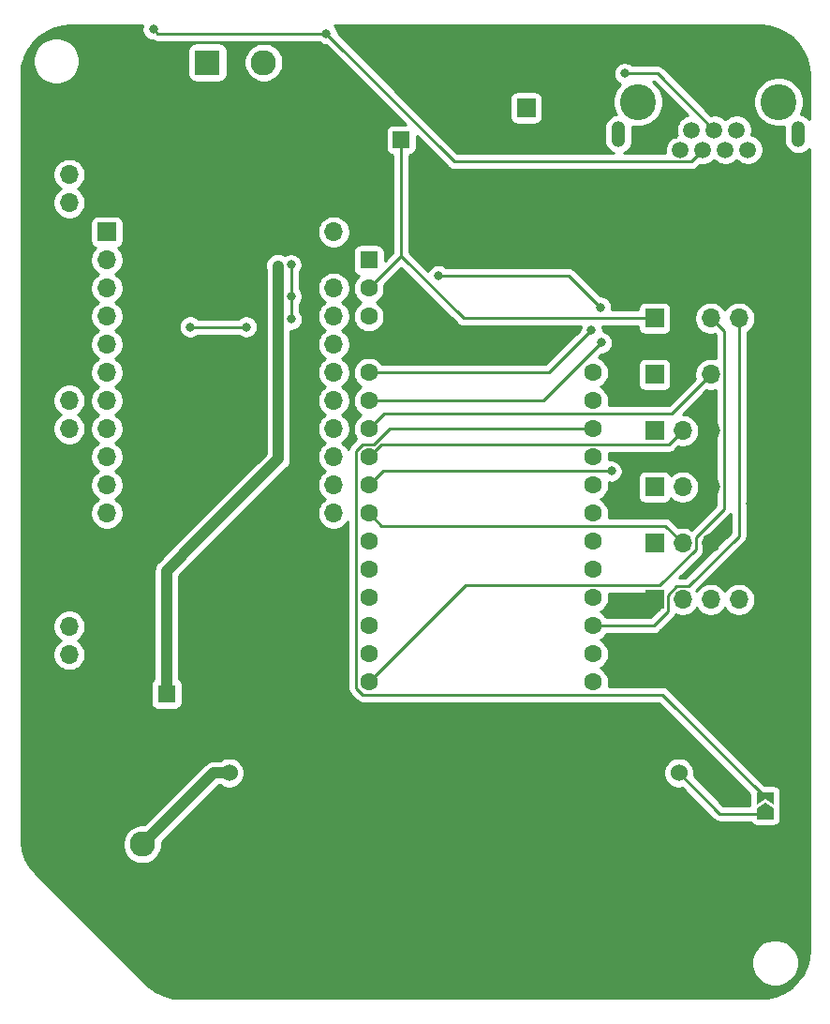
<source format=gbr>
G04 #@! TF.GenerationSoftware,KiCad,Pcbnew,(5.1.6)-1*
G04 #@! TF.CreationDate,2020-11-04T20:11:43-06:00*
G04 #@! TF.ProjectId,ControlBoardnRF_22PinSound_PowerAmp,436f6e74-726f-46c4-926f-6172646e5246,rev?*
G04 #@! TF.SameCoordinates,Original*
G04 #@! TF.FileFunction,Copper,L1,Top*
G04 #@! TF.FilePolarity,Positive*
%FSLAX46Y46*%
G04 Gerber Fmt 4.6, Leading zero omitted, Abs format (unit mm)*
G04 Created by KiCad (PCBNEW (5.1.6)-1) date 2020-11-04 20:11:43*
%MOMM*%
%LPD*%
G01*
G04 APERTURE LIST*
G04 #@! TA.AperFunction,WasherPad*
%ADD10C,3.250000*%
G04 #@! TD*
G04 #@! TA.AperFunction,ComponentPad*
%ADD11C,1.500000*%
G04 #@! TD*
G04 #@! TA.AperFunction,ComponentPad*
%ADD12R,1.500000X1.500000*%
G04 #@! TD*
G04 #@! TA.AperFunction,ComponentPad*
%ADD13O,1.259000X2.362000*%
G04 #@! TD*
G04 #@! TA.AperFunction,ComponentPad*
%ADD14R,1.700000X1.700000*%
G04 #@! TD*
G04 #@! TA.AperFunction,ComponentPad*
%ADD15O,1.700000X1.700000*%
G04 #@! TD*
G04 #@! TA.AperFunction,ComponentPad*
%ADD16C,1.600000*%
G04 #@! TD*
G04 #@! TA.AperFunction,ComponentPad*
%ADD17R,1.600000X1.600000*%
G04 #@! TD*
G04 #@! TA.AperFunction,ComponentPad*
%ADD18R,2.286000X2.286000*%
G04 #@! TD*
G04 #@! TA.AperFunction,ComponentPad*
%ADD19C,2.286000*%
G04 #@! TD*
G04 #@! TA.AperFunction,ComponentPad*
%ADD20C,0.100000*%
G04 #@! TD*
G04 #@! TA.AperFunction,SMDPad,CuDef*
%ADD21C,0.100000*%
G04 #@! TD*
G04 #@! TA.AperFunction,SMDPad,CuDef*
%ADD22R,1.500000X1.500000*%
G04 #@! TD*
G04 #@! TA.AperFunction,ComponentPad*
%ADD23C,1.524000*%
G04 #@! TD*
G04 #@! TA.AperFunction,ComponentPad*
%ADD24C,0.800000*%
G04 #@! TD*
G04 #@! TA.AperFunction,ViaPad*
%ADD25C,0.800000*%
G04 #@! TD*
G04 #@! TA.AperFunction,Conductor*
%ADD26C,0.250000*%
G04 #@! TD*
G04 #@! TA.AperFunction,Conductor*
%ADD27C,1.000000*%
G04 #@! TD*
G04 #@! TA.AperFunction,Conductor*
%ADD28C,0.254000*%
G04 #@! TD*
G04 APERTURE END LIST*
D10*
X177318320Y-76359180D03*
X164618320Y-76359180D03*
D11*
X174529020Y-80679180D03*
X173509020Y-78899180D03*
X172499020Y-80679180D03*
X171479020Y-78899180D03*
X170469020Y-80679180D03*
X169449020Y-78899180D03*
X168439020Y-80679180D03*
D12*
X167419020Y-78899180D03*
D13*
X179098320Y-79261130D03*
X162838320Y-79261130D03*
D14*
X116600000Y-88100000D03*
D15*
X137100000Y-88100000D03*
X116600000Y-90640000D03*
X137100000Y-90640000D03*
X116600000Y-93180000D03*
X137100000Y-93180000D03*
X116600000Y-95720000D03*
X137100000Y-95720000D03*
X116600000Y-98260000D03*
X137100000Y-98260000D03*
X116600000Y-100800000D03*
X137100000Y-100800000D03*
X116600000Y-103340000D03*
X137100000Y-103340000D03*
X116600000Y-105880000D03*
X137100000Y-105880000D03*
X116600000Y-108420000D03*
X137100000Y-108420000D03*
X116600000Y-110960000D03*
X137100000Y-110960000D03*
X116600000Y-113500000D03*
X137100000Y-113500000D03*
X173720000Y-121300000D03*
X171180000Y-121300000D03*
X168640000Y-121300000D03*
D14*
X166100000Y-121300000D03*
D16*
X140267940Y-123678940D03*
X140267940Y-121138940D03*
X140267940Y-118598940D03*
X140267940Y-116058940D03*
X140267940Y-113518940D03*
X140267940Y-110978940D03*
X140267940Y-108438940D03*
X140267940Y-105898940D03*
X140267940Y-103358940D03*
X140267940Y-100818940D03*
X140267940Y-98278940D03*
X140267940Y-95738940D03*
X140267940Y-93198940D03*
D17*
X140267940Y-90658940D03*
D16*
X160567940Y-128758940D03*
X160567940Y-126218940D03*
X160567940Y-123678940D03*
X160567940Y-121138940D03*
X160567940Y-118598940D03*
X160567940Y-116058940D03*
X160567940Y-113518940D03*
X160567940Y-110978940D03*
X160567940Y-108438940D03*
X160567940Y-105898940D03*
X160567940Y-103358940D03*
X160567940Y-100818940D03*
X140267940Y-126218940D03*
X140267940Y-128758940D03*
D18*
X125700000Y-72800000D03*
D19*
X130780000Y-72800000D03*
D17*
X122000000Y-129800000D03*
D16*
X125500000Y-129800000D03*
D14*
X154500000Y-76900000D03*
D15*
X157040000Y-76900000D03*
G04 #@! TA.AperFunction,ComponentPad*
D20*
G36*
X116200000Y-148616446D02*
G01*
X114583554Y-147000000D01*
X116200000Y-145383554D01*
X117816446Y-147000000D01*
X116200000Y-148616446D01*
G37*
G04 #@! TD.AperFunction*
D19*
X119792102Y-143407898D03*
G04 #@! TA.AperFunction,SMDPad,CuDef*
D21*
G36*
X176850000Y-138675000D02*
G01*
X176850000Y-139825000D01*
X176100000Y-139325000D01*
X175350000Y-139825000D01*
X175350000Y-138675000D01*
X176850000Y-138675000D01*
G37*
G04 #@! TD.AperFunction*
G04 #@! TA.AperFunction,SMDPad,CuDef*
G36*
X176100000Y-139625000D02*
G01*
X176850000Y-140125000D01*
X176850000Y-141125000D01*
X175350000Y-141125000D01*
X175350000Y-140125000D01*
X176100000Y-139625000D01*
G37*
G04 #@! TD.AperFunction*
D22*
X176100000Y-146900000D03*
D23*
X127650500Y-136936500D03*
X127650500Y-154716500D03*
X168290500Y-136936500D03*
X168290500Y-154716500D03*
D14*
X166100000Y-95900000D03*
D15*
X168640000Y-95900000D03*
X171180000Y-95900000D03*
X173720000Y-95900000D03*
D14*
X166100000Y-100980000D03*
D15*
X168640000Y-100980000D03*
X171180000Y-100980000D03*
X171180000Y-106060000D03*
X168640000Y-106060000D03*
D14*
X166100000Y-106060000D03*
X166100000Y-116220000D03*
D15*
X168640000Y-116220000D03*
X171180000Y-116220000D03*
D14*
X113200000Y-88000000D03*
D15*
X113200000Y-85460000D03*
X113200000Y-82920000D03*
D14*
X113200000Y-108400000D03*
D15*
X113200000Y-105860000D03*
X113200000Y-103320000D03*
X113200000Y-123720000D03*
X113200000Y-126260000D03*
D14*
X113200000Y-128800000D03*
X166100000Y-111140000D03*
D15*
X168640000Y-111140000D03*
X171180000Y-111140000D03*
D24*
X126543575Y-93112850D03*
X127756425Y-93112850D03*
X127756425Y-90687150D03*
X126543575Y-90687150D03*
X128362850Y-91900000D03*
X125937150Y-91900000D03*
X127150000Y-91900000D03*
D22*
X143200000Y-79800000D03*
D25*
X161200000Y-94900000D03*
X146573939Y-92073939D03*
X133556040Y-115228360D03*
X117700000Y-77300000D03*
X164100000Y-85800000D03*
X174800000Y-112600000D03*
X166300000Y-113500000D03*
X133266878Y-95982382D03*
X133258494Y-93923386D03*
X124131502Y-96679602D03*
X129196423Y-96679718D03*
X133245721Y-91066901D03*
X132058980Y-91177000D03*
X124900000Y-115800000D03*
X161300000Y-98100000D03*
X160400000Y-97000000D03*
X163400000Y-73800000D03*
X120800000Y-69800000D03*
X136445097Y-70209314D03*
X162200000Y-109700000D03*
D26*
X142171530Y-105898940D02*
X160567940Y-105898940D01*
X140770470Y-107300000D02*
X142171530Y-105898940D01*
X139741878Y-107300000D02*
X140770470Y-107300000D01*
X166808941Y-129883941D02*
X139727939Y-129883941D01*
X176100000Y-139175000D02*
X166808941Y-129883941D01*
X139727939Y-129883941D02*
X139142939Y-129298941D01*
X139142939Y-129298941D02*
X139142939Y-107898939D01*
X139142939Y-107898939D02*
X139741878Y-107300000D01*
X161200000Y-94900000D02*
X158373939Y-92073939D01*
X158373939Y-92073939D02*
X146573939Y-92073939D01*
X133266878Y-95982382D02*
X133266878Y-93931770D01*
X133266878Y-93931770D02*
X133258494Y-93923386D01*
X129196307Y-96679602D02*
X129196423Y-96679718D01*
X124131502Y-96679602D02*
X129196307Y-96679602D01*
X133258494Y-91079674D02*
X133245721Y-91066901D01*
X133258494Y-93923386D02*
X133258494Y-91079674D01*
X143200000Y-90266880D02*
X140267940Y-93198940D01*
X143200000Y-79800000D02*
X143200000Y-90266880D01*
X148833120Y-95900000D02*
X143200000Y-90266880D01*
X166100000Y-95900000D02*
X148833120Y-95900000D01*
X171979000Y-140625000D02*
X176100000Y-140625000D01*
X168290500Y-136936500D02*
X171979000Y-140625000D01*
D27*
X126263500Y-136936500D02*
X127650500Y-136936500D01*
X119792102Y-143407898D02*
X126263500Y-136936500D01*
X132100000Y-108600000D02*
X124900000Y-115800000D01*
X132100000Y-91200000D02*
X132100000Y-108600000D01*
X132058980Y-91177000D02*
X132077000Y-91177000D01*
X132077000Y-91177000D02*
X132100000Y-91200000D01*
X122000000Y-118700000D02*
X124900000Y-115800000D01*
X122000000Y-129800000D02*
X122000000Y-118700000D01*
D26*
X149012941Y-120013939D02*
X140267940Y-128758940D01*
X166585063Y-120013939D02*
X149012941Y-120013939D01*
X172355001Y-97075001D02*
X172355001Y-113115999D01*
X171180000Y-95900000D02*
X172355001Y-97075001D01*
X169815001Y-116784001D02*
X166585063Y-120013939D01*
X172355001Y-113115999D02*
X169815001Y-115655999D01*
X169815001Y-115655999D02*
X169815001Y-116784001D01*
X166006062Y-123678940D02*
X160567940Y-123678940D01*
X167275001Y-122410001D02*
X166006062Y-123678940D01*
X173720000Y-115580000D02*
X169175001Y-120124999D01*
X173720000Y-95900000D02*
X173720000Y-115580000D01*
X168075999Y-120124999D02*
X167275001Y-120925997D01*
X169175001Y-120124999D02*
X168075999Y-120124999D01*
X167275001Y-120925997D02*
X167275001Y-122410001D01*
X141682939Y-104483941D02*
X140267940Y-105898940D01*
X171180000Y-100980000D02*
X167676059Y-104483941D01*
X167676059Y-104483941D02*
X141682939Y-104483941D01*
X141392941Y-107313939D02*
X140267940Y-108438940D01*
X168640000Y-106060000D02*
X167386061Y-107313939D01*
X167386061Y-107313939D02*
X141392941Y-107313939D01*
X141392941Y-114643941D02*
X140267940Y-113518940D01*
X168640000Y-116220000D02*
X167063941Y-114643941D01*
X167063941Y-114643941D02*
X141392941Y-114643941D01*
X156041060Y-103358940D02*
X140267940Y-103358940D01*
X161300000Y-98100000D02*
X156041060Y-103358940D01*
X140267940Y-100818940D02*
X156581060Y-100818940D01*
X156581060Y-100818940D02*
X160400000Y-97000000D01*
X166379840Y-73800000D02*
X171479020Y-78899180D01*
X163400000Y-73800000D02*
X166379840Y-73800000D01*
X120800000Y-69800000D02*
X121209314Y-70209314D01*
X121209314Y-70209314D02*
X136445097Y-70209314D01*
X147989964Y-81754181D02*
X136445097Y-70209314D01*
X170469020Y-80679180D02*
X169394019Y-81754181D01*
X169394019Y-81754181D02*
X147989964Y-81754181D01*
X141546880Y-109700000D02*
X140267940Y-110978940D01*
X162200000Y-109700000D02*
X141546880Y-109700000D01*
X160567940Y-118558940D02*
X160358940Y-118558940D01*
D28*
G36*
X119804774Y-69498102D02*
G01*
X119765000Y-69698061D01*
X119765000Y-69901939D01*
X119804774Y-70101898D01*
X119882795Y-70290256D01*
X119996063Y-70459774D01*
X120140226Y-70603937D01*
X120309744Y-70717205D01*
X120498102Y-70795226D01*
X120698061Y-70835000D01*
X120773721Y-70835000D01*
X120785038Y-70844288D01*
X120917067Y-70914860D01*
X121060328Y-70958317D01*
X121171981Y-70969314D01*
X121171990Y-70969314D01*
X121209313Y-70972990D01*
X121246636Y-70969314D01*
X135741386Y-70969314D01*
X135785323Y-71013251D01*
X135954841Y-71126519D01*
X136143199Y-71204540D01*
X136343158Y-71244314D01*
X136405296Y-71244314D01*
X143572909Y-78411928D01*
X142450000Y-78411928D01*
X142325518Y-78424188D01*
X142205820Y-78460498D01*
X142095506Y-78519463D01*
X141998815Y-78598815D01*
X141919463Y-78695506D01*
X141860498Y-78805820D01*
X141824188Y-78925518D01*
X141811928Y-79050000D01*
X141811928Y-80550000D01*
X141824188Y-80674482D01*
X141860498Y-80794180D01*
X141919463Y-80904494D01*
X141998815Y-81001185D01*
X142095506Y-81080537D01*
X142205820Y-81139502D01*
X142325518Y-81175812D01*
X142440000Y-81187087D01*
X142440001Y-89952077D01*
X141706012Y-90686066D01*
X141706012Y-89858940D01*
X141693752Y-89734458D01*
X141657442Y-89614760D01*
X141598477Y-89504446D01*
X141519125Y-89407755D01*
X141422434Y-89328403D01*
X141312120Y-89269438D01*
X141192422Y-89233128D01*
X141067940Y-89220868D01*
X139467940Y-89220868D01*
X139343458Y-89233128D01*
X139223760Y-89269438D01*
X139113446Y-89328403D01*
X139016755Y-89407755D01*
X138937403Y-89504446D01*
X138878438Y-89614760D01*
X138842128Y-89734458D01*
X138829868Y-89858940D01*
X138829868Y-91458940D01*
X138842128Y-91583422D01*
X138878438Y-91703120D01*
X138937403Y-91813434D01*
X139016755Y-91910125D01*
X139113446Y-91989477D01*
X139223760Y-92048442D01*
X139343458Y-92084752D01*
X139351901Y-92085583D01*
X139153303Y-92284181D01*
X138996260Y-92519213D01*
X138888087Y-92780366D01*
X138832940Y-93057605D01*
X138832940Y-93340275D01*
X138888087Y-93617514D01*
X138996260Y-93878667D01*
X139153303Y-94113699D01*
X139353181Y-94313577D01*
X139585699Y-94468940D01*
X139353181Y-94624303D01*
X139153303Y-94824181D01*
X138996260Y-95059213D01*
X138888087Y-95320366D01*
X138832940Y-95597605D01*
X138832940Y-95880275D01*
X138888087Y-96157514D01*
X138996260Y-96418667D01*
X139153303Y-96653699D01*
X139353181Y-96853577D01*
X139588213Y-97010620D01*
X139849366Y-97118793D01*
X140126605Y-97173940D01*
X140409275Y-97173940D01*
X140686514Y-97118793D01*
X140947667Y-97010620D01*
X141182699Y-96853577D01*
X141382577Y-96653699D01*
X141539620Y-96418667D01*
X141647793Y-96157514D01*
X141702940Y-95880275D01*
X141702940Y-95597605D01*
X141647793Y-95320366D01*
X141539620Y-95059213D01*
X141382577Y-94824181D01*
X141182699Y-94624303D01*
X140950181Y-94468940D01*
X141182699Y-94313577D01*
X141382577Y-94113699D01*
X141539620Y-93878667D01*
X141647793Y-93617514D01*
X141702940Y-93340275D01*
X141702940Y-93057605D01*
X141666628Y-92875054D01*
X143200000Y-91341681D01*
X148269320Y-96411002D01*
X148293119Y-96440001D01*
X148408844Y-96534974D01*
X148540873Y-96605546D01*
X148684134Y-96649003D01*
X148795787Y-96660000D01*
X148795795Y-96660000D01*
X148833120Y-96663676D01*
X148870445Y-96660000D01*
X159420556Y-96660000D01*
X159404774Y-96698102D01*
X159365000Y-96898061D01*
X159365000Y-96960198D01*
X156266259Y-100058940D01*
X141485983Y-100058940D01*
X141382577Y-99904181D01*
X141182699Y-99704303D01*
X140947667Y-99547260D01*
X140686514Y-99439087D01*
X140409275Y-99383940D01*
X140126605Y-99383940D01*
X139849366Y-99439087D01*
X139588213Y-99547260D01*
X139353181Y-99704303D01*
X139153303Y-99904181D01*
X138996260Y-100139213D01*
X138888087Y-100400366D01*
X138832940Y-100677605D01*
X138832940Y-100960275D01*
X138888087Y-101237514D01*
X138996260Y-101498667D01*
X139153303Y-101733699D01*
X139353181Y-101933577D01*
X139585699Y-102088940D01*
X139353181Y-102244303D01*
X139153303Y-102444181D01*
X138996260Y-102679213D01*
X138888087Y-102940366D01*
X138832940Y-103217605D01*
X138832940Y-103500275D01*
X138888087Y-103777514D01*
X138996260Y-104038667D01*
X139153303Y-104273699D01*
X139353181Y-104473577D01*
X139585699Y-104628940D01*
X139353181Y-104784303D01*
X139153303Y-104984181D01*
X138996260Y-105219213D01*
X138888087Y-105480366D01*
X138832940Y-105757605D01*
X138832940Y-106040275D01*
X138888087Y-106317514D01*
X138996260Y-106578667D01*
X139153303Y-106813699D01*
X139153340Y-106813736D01*
X138631937Y-107335140D01*
X138602939Y-107358938D01*
X138579141Y-107387936D01*
X138579140Y-107387937D01*
X138507965Y-107474663D01*
X138437393Y-107606693D01*
X138407783Y-107704307D01*
X138253475Y-107473368D01*
X138046632Y-107266525D01*
X137872240Y-107150000D01*
X138046632Y-107033475D01*
X138253475Y-106826632D01*
X138415990Y-106583411D01*
X138527932Y-106313158D01*
X138585000Y-106026260D01*
X138585000Y-105733740D01*
X138527932Y-105446842D01*
X138415990Y-105176589D01*
X138253475Y-104933368D01*
X138046632Y-104726525D01*
X137872240Y-104610000D01*
X138046632Y-104493475D01*
X138253475Y-104286632D01*
X138415990Y-104043411D01*
X138527932Y-103773158D01*
X138585000Y-103486260D01*
X138585000Y-103193740D01*
X138527932Y-102906842D01*
X138415990Y-102636589D01*
X138253475Y-102393368D01*
X138046632Y-102186525D01*
X137872240Y-102070000D01*
X138046632Y-101953475D01*
X138253475Y-101746632D01*
X138415990Y-101503411D01*
X138527932Y-101233158D01*
X138585000Y-100946260D01*
X138585000Y-100653740D01*
X138527932Y-100366842D01*
X138415990Y-100096589D01*
X138253475Y-99853368D01*
X138046632Y-99646525D01*
X137872240Y-99530000D01*
X138046632Y-99413475D01*
X138253475Y-99206632D01*
X138415990Y-98963411D01*
X138527932Y-98693158D01*
X138585000Y-98406260D01*
X138585000Y-98113740D01*
X138527932Y-97826842D01*
X138415990Y-97556589D01*
X138253475Y-97313368D01*
X138046632Y-97106525D01*
X137872240Y-96990000D01*
X138046632Y-96873475D01*
X138253475Y-96666632D01*
X138415990Y-96423411D01*
X138527932Y-96153158D01*
X138585000Y-95866260D01*
X138585000Y-95573740D01*
X138527932Y-95286842D01*
X138415990Y-95016589D01*
X138253475Y-94773368D01*
X138046632Y-94566525D01*
X137872240Y-94450000D01*
X138046632Y-94333475D01*
X138253475Y-94126632D01*
X138415990Y-93883411D01*
X138527932Y-93613158D01*
X138585000Y-93326260D01*
X138585000Y-93033740D01*
X138527932Y-92746842D01*
X138415990Y-92476589D01*
X138253475Y-92233368D01*
X138046632Y-92026525D01*
X137803411Y-91864010D01*
X137533158Y-91752068D01*
X137246260Y-91695000D01*
X136953740Y-91695000D01*
X136666842Y-91752068D01*
X136396589Y-91864010D01*
X136153368Y-92026525D01*
X135946525Y-92233368D01*
X135784010Y-92476589D01*
X135672068Y-92746842D01*
X135615000Y-93033740D01*
X135615000Y-93326260D01*
X135672068Y-93613158D01*
X135784010Y-93883411D01*
X135946525Y-94126632D01*
X136153368Y-94333475D01*
X136327760Y-94450000D01*
X136153368Y-94566525D01*
X135946525Y-94773368D01*
X135784010Y-95016589D01*
X135672068Y-95286842D01*
X135615000Y-95573740D01*
X135615000Y-95866260D01*
X135672068Y-96153158D01*
X135784010Y-96423411D01*
X135946525Y-96666632D01*
X136153368Y-96873475D01*
X136327760Y-96990000D01*
X136153368Y-97106525D01*
X135946525Y-97313368D01*
X135784010Y-97556589D01*
X135672068Y-97826842D01*
X135615000Y-98113740D01*
X135615000Y-98406260D01*
X135672068Y-98693158D01*
X135784010Y-98963411D01*
X135946525Y-99206632D01*
X136153368Y-99413475D01*
X136327760Y-99530000D01*
X136153368Y-99646525D01*
X135946525Y-99853368D01*
X135784010Y-100096589D01*
X135672068Y-100366842D01*
X135615000Y-100653740D01*
X135615000Y-100946260D01*
X135672068Y-101233158D01*
X135784010Y-101503411D01*
X135946525Y-101746632D01*
X136153368Y-101953475D01*
X136327760Y-102070000D01*
X136153368Y-102186525D01*
X135946525Y-102393368D01*
X135784010Y-102636589D01*
X135672068Y-102906842D01*
X135615000Y-103193740D01*
X135615000Y-103486260D01*
X135672068Y-103773158D01*
X135784010Y-104043411D01*
X135946525Y-104286632D01*
X136153368Y-104493475D01*
X136327760Y-104610000D01*
X136153368Y-104726525D01*
X135946525Y-104933368D01*
X135784010Y-105176589D01*
X135672068Y-105446842D01*
X135615000Y-105733740D01*
X135615000Y-106026260D01*
X135672068Y-106313158D01*
X135784010Y-106583411D01*
X135946525Y-106826632D01*
X136153368Y-107033475D01*
X136327760Y-107150000D01*
X136153368Y-107266525D01*
X135946525Y-107473368D01*
X135784010Y-107716589D01*
X135672068Y-107986842D01*
X135615000Y-108273740D01*
X135615000Y-108566260D01*
X135672068Y-108853158D01*
X135784010Y-109123411D01*
X135946525Y-109366632D01*
X136153368Y-109573475D01*
X136327760Y-109690000D01*
X136153368Y-109806525D01*
X135946525Y-110013368D01*
X135784010Y-110256589D01*
X135672068Y-110526842D01*
X135615000Y-110813740D01*
X135615000Y-111106260D01*
X135672068Y-111393158D01*
X135784010Y-111663411D01*
X135946525Y-111906632D01*
X136153368Y-112113475D01*
X136327760Y-112230000D01*
X136153368Y-112346525D01*
X135946525Y-112553368D01*
X135784010Y-112796589D01*
X135672068Y-113066842D01*
X135615000Y-113353740D01*
X135615000Y-113646260D01*
X135672068Y-113933158D01*
X135784010Y-114203411D01*
X135946525Y-114446632D01*
X136153368Y-114653475D01*
X136396589Y-114815990D01*
X136666842Y-114927932D01*
X136953740Y-114985000D01*
X137246260Y-114985000D01*
X137533158Y-114927932D01*
X137803411Y-114815990D01*
X138046632Y-114653475D01*
X138253475Y-114446632D01*
X138382940Y-114252874D01*
X138382939Y-129261619D01*
X138379263Y-129298941D01*
X138382939Y-129336263D01*
X138382939Y-129336273D01*
X138393936Y-129447926D01*
X138416593Y-129522616D01*
X138437393Y-129591187D01*
X138507965Y-129723217D01*
X138547810Y-129771767D01*
X138602938Y-129838942D01*
X138631941Y-129862744D01*
X139164139Y-130394943D01*
X139187938Y-130423942D01*
X139216936Y-130447740D01*
X139303662Y-130518915D01*
X139435692Y-130589487D01*
X139578953Y-130632944D01*
X139690606Y-130643941D01*
X139690616Y-130643941D01*
X139727939Y-130647617D01*
X139765262Y-130643941D01*
X166494140Y-130643941D01*
X174711928Y-138861730D01*
X174711928Y-139825000D01*
X174715847Y-139865000D01*
X172293802Y-139865000D01*
X169656872Y-137228071D01*
X169687500Y-137074092D01*
X169687500Y-136798908D01*
X169633814Y-136529010D01*
X169528505Y-136274773D01*
X169375620Y-136045965D01*
X169181035Y-135851380D01*
X168952227Y-135698495D01*
X168697990Y-135593186D01*
X168428092Y-135539500D01*
X168152908Y-135539500D01*
X167883010Y-135593186D01*
X167628773Y-135698495D01*
X167399965Y-135851380D01*
X167205380Y-136045965D01*
X167052495Y-136274773D01*
X166947186Y-136529010D01*
X166893500Y-136798908D01*
X166893500Y-137074092D01*
X166947186Y-137343990D01*
X167052495Y-137598227D01*
X167205380Y-137827035D01*
X167399965Y-138021620D01*
X167628773Y-138174505D01*
X167883010Y-138279814D01*
X168152908Y-138333500D01*
X168428092Y-138333500D01*
X168582071Y-138302872D01*
X171415201Y-141136003D01*
X171438999Y-141165001D01*
X171554724Y-141259974D01*
X171686753Y-141330546D01*
X171830014Y-141374003D01*
X171941667Y-141385000D01*
X171941675Y-141385000D01*
X171979000Y-141388676D01*
X172016325Y-141385000D01*
X174768954Y-141385000D01*
X174819463Y-141479494D01*
X174898815Y-141576185D01*
X174995506Y-141655537D01*
X175105820Y-141714502D01*
X175225518Y-141750812D01*
X175350000Y-141763072D01*
X176850000Y-141763072D01*
X176974482Y-141750812D01*
X177094180Y-141714502D01*
X177204494Y-141655537D01*
X177301185Y-141576185D01*
X177380537Y-141479494D01*
X177439502Y-141369180D01*
X177475812Y-141249482D01*
X177488072Y-141125000D01*
X177488072Y-140125000D01*
X177475681Y-139999864D01*
X177468091Y-139974936D01*
X177475812Y-139949482D01*
X177488072Y-139825000D01*
X177488072Y-138675000D01*
X177475812Y-138550518D01*
X177439502Y-138430820D01*
X177380537Y-138320506D01*
X177301185Y-138223815D01*
X177204494Y-138144463D01*
X177094180Y-138085498D01*
X176974482Y-138049188D01*
X176850000Y-138036928D01*
X176036730Y-138036928D01*
X167372745Y-129372944D01*
X167348942Y-129343940D01*
X167233217Y-129248967D01*
X167101188Y-129178395D01*
X166957927Y-129134938D01*
X166846274Y-129123941D01*
X166846263Y-129123941D01*
X166808941Y-129120265D01*
X166771619Y-129123941D01*
X161958449Y-129123941D01*
X162002940Y-128900275D01*
X162002940Y-128617605D01*
X161947793Y-128340366D01*
X161839620Y-128079213D01*
X161682577Y-127844181D01*
X161482699Y-127644303D01*
X161250181Y-127488940D01*
X161482699Y-127333577D01*
X161682577Y-127133699D01*
X161839620Y-126898667D01*
X161947793Y-126637514D01*
X162002940Y-126360275D01*
X162002940Y-126077605D01*
X161947793Y-125800366D01*
X161839620Y-125539213D01*
X161682577Y-125304181D01*
X161482699Y-125104303D01*
X161250181Y-124948940D01*
X161482699Y-124793577D01*
X161682577Y-124593699D01*
X161785983Y-124438940D01*
X165968740Y-124438940D01*
X166006062Y-124442616D01*
X166043384Y-124438940D01*
X166043395Y-124438940D01*
X166155048Y-124427943D01*
X166298309Y-124384486D01*
X166430338Y-124313914D01*
X166546063Y-124218941D01*
X166569866Y-124189937D01*
X167786004Y-122973800D01*
X167815002Y-122950002D01*
X167909975Y-122834277D01*
X167980547Y-122702248D01*
X167998885Y-122641794D01*
X168206842Y-122727932D01*
X168493740Y-122785000D01*
X168786260Y-122785000D01*
X169073158Y-122727932D01*
X169343411Y-122615990D01*
X169586632Y-122453475D01*
X169793475Y-122246632D01*
X169910000Y-122072240D01*
X170026525Y-122246632D01*
X170233368Y-122453475D01*
X170476589Y-122615990D01*
X170746842Y-122727932D01*
X171033740Y-122785000D01*
X171326260Y-122785000D01*
X171613158Y-122727932D01*
X171883411Y-122615990D01*
X172126632Y-122453475D01*
X172333475Y-122246632D01*
X172450000Y-122072240D01*
X172566525Y-122246632D01*
X172773368Y-122453475D01*
X173016589Y-122615990D01*
X173286842Y-122727932D01*
X173573740Y-122785000D01*
X173866260Y-122785000D01*
X174153158Y-122727932D01*
X174423411Y-122615990D01*
X174666632Y-122453475D01*
X174873475Y-122246632D01*
X175035990Y-122003411D01*
X175147932Y-121733158D01*
X175205000Y-121446260D01*
X175205000Y-121153740D01*
X175147932Y-120866842D01*
X175035990Y-120596589D01*
X174873475Y-120353368D01*
X174666632Y-120146525D01*
X174423411Y-119984010D01*
X174153158Y-119872068D01*
X173866260Y-119815000D01*
X173573740Y-119815000D01*
X173286842Y-119872068D01*
X173016589Y-119984010D01*
X172773368Y-120146525D01*
X172566525Y-120353368D01*
X172450000Y-120527760D01*
X172333475Y-120353368D01*
X172126632Y-120146525D01*
X171883411Y-119984010D01*
X171613158Y-119872068D01*
X171326260Y-119815000D01*
X171033740Y-119815000D01*
X170746842Y-119872068D01*
X170476589Y-119984010D01*
X170233368Y-120146525D01*
X170026525Y-120353368D01*
X169910000Y-120527760D01*
X169884782Y-120490019D01*
X174231003Y-116143799D01*
X174260001Y-116120001D01*
X174354974Y-116004276D01*
X174425546Y-115872247D01*
X174469003Y-115728986D01*
X174480000Y-115617333D01*
X174480000Y-115617324D01*
X174483676Y-115580001D01*
X174480000Y-115542678D01*
X174480000Y-97178178D01*
X174666632Y-97053475D01*
X174873475Y-96846632D01*
X175035990Y-96603411D01*
X175147932Y-96333158D01*
X175205000Y-96046260D01*
X175205000Y-95753740D01*
X175147932Y-95466842D01*
X175035990Y-95196589D01*
X174873475Y-94953368D01*
X174666632Y-94746525D01*
X174423411Y-94584010D01*
X174153158Y-94472068D01*
X173866260Y-94415000D01*
X173573740Y-94415000D01*
X173286842Y-94472068D01*
X173016589Y-94584010D01*
X172773368Y-94746525D01*
X172566525Y-94953368D01*
X172450000Y-95127760D01*
X172333475Y-94953368D01*
X172126632Y-94746525D01*
X171883411Y-94584010D01*
X171613158Y-94472068D01*
X171326260Y-94415000D01*
X171033740Y-94415000D01*
X170746842Y-94472068D01*
X170476589Y-94584010D01*
X170233368Y-94746525D01*
X170026525Y-94953368D01*
X169864010Y-95196589D01*
X169752068Y-95466842D01*
X169695000Y-95753740D01*
X169695000Y-96046260D01*
X169752068Y-96333158D01*
X169864010Y-96603411D01*
X170026525Y-96846632D01*
X170233368Y-97053475D01*
X170476589Y-97215990D01*
X170746842Y-97327932D01*
X171033740Y-97385000D01*
X171326260Y-97385000D01*
X171546408Y-97341210D01*
X171595001Y-97389803D01*
X171595001Y-99548456D01*
X171326260Y-99495000D01*
X171033740Y-99495000D01*
X170746842Y-99552068D01*
X170476589Y-99664010D01*
X170233368Y-99826525D01*
X170026525Y-100033368D01*
X169864010Y-100276589D01*
X169752068Y-100546842D01*
X169695000Y-100833740D01*
X169695000Y-101126260D01*
X169738790Y-101346408D01*
X167361258Y-103723941D01*
X161958449Y-103723941D01*
X162002940Y-103500275D01*
X162002940Y-103217605D01*
X161947793Y-102940366D01*
X161839620Y-102679213D01*
X161682577Y-102444181D01*
X161482699Y-102244303D01*
X161250181Y-102088940D01*
X161482699Y-101933577D01*
X161682577Y-101733699D01*
X161839620Y-101498667D01*
X161947793Y-101237514D01*
X162002940Y-100960275D01*
X162002940Y-100677605D01*
X161947793Y-100400366D01*
X161839620Y-100139213D01*
X161833465Y-100130000D01*
X164611928Y-100130000D01*
X164611928Y-101830000D01*
X164624188Y-101954482D01*
X164660498Y-102074180D01*
X164719463Y-102184494D01*
X164798815Y-102281185D01*
X164895506Y-102360537D01*
X165005820Y-102419502D01*
X165125518Y-102455812D01*
X165250000Y-102468072D01*
X166950000Y-102468072D01*
X167074482Y-102455812D01*
X167194180Y-102419502D01*
X167304494Y-102360537D01*
X167401185Y-102281185D01*
X167480537Y-102184494D01*
X167539502Y-102074180D01*
X167575812Y-101954482D01*
X167588072Y-101830000D01*
X167588072Y-100130000D01*
X167575812Y-100005518D01*
X167539502Y-99885820D01*
X167480537Y-99775506D01*
X167401185Y-99678815D01*
X167304494Y-99599463D01*
X167194180Y-99540498D01*
X167074482Y-99504188D01*
X166950000Y-99491928D01*
X165250000Y-99491928D01*
X165125518Y-99504188D01*
X165005820Y-99540498D01*
X164895506Y-99599463D01*
X164798815Y-99678815D01*
X164719463Y-99775506D01*
X164660498Y-99885820D01*
X164624188Y-100005518D01*
X164611928Y-100130000D01*
X161833465Y-100130000D01*
X161682577Y-99904181D01*
X161482699Y-99704303D01*
X161247667Y-99547260D01*
X161021304Y-99453498D01*
X161339802Y-99135000D01*
X161401939Y-99135000D01*
X161601898Y-99095226D01*
X161790256Y-99017205D01*
X161959774Y-98903937D01*
X162103937Y-98759774D01*
X162217205Y-98590256D01*
X162295226Y-98401898D01*
X162335000Y-98201939D01*
X162335000Y-97998061D01*
X162295226Y-97798102D01*
X162217205Y-97609744D01*
X162103937Y-97440226D01*
X161959774Y-97296063D01*
X161790256Y-97182795D01*
X161601898Y-97104774D01*
X161435000Y-97071576D01*
X161435000Y-96898061D01*
X161395226Y-96698102D01*
X161379444Y-96660000D01*
X164611928Y-96660000D01*
X164611928Y-96750000D01*
X164624188Y-96874482D01*
X164660498Y-96994180D01*
X164719463Y-97104494D01*
X164798815Y-97201185D01*
X164895506Y-97280537D01*
X165005820Y-97339502D01*
X165125518Y-97375812D01*
X165250000Y-97388072D01*
X166950000Y-97388072D01*
X167074482Y-97375812D01*
X167194180Y-97339502D01*
X167304494Y-97280537D01*
X167401185Y-97201185D01*
X167480537Y-97104494D01*
X167539502Y-96994180D01*
X167575812Y-96874482D01*
X167588072Y-96750000D01*
X167588072Y-95050000D01*
X167575812Y-94925518D01*
X167539502Y-94805820D01*
X167480537Y-94695506D01*
X167401185Y-94598815D01*
X167304494Y-94519463D01*
X167194180Y-94460498D01*
X167074482Y-94424188D01*
X166950000Y-94411928D01*
X165250000Y-94411928D01*
X165125518Y-94424188D01*
X165005820Y-94460498D01*
X164895506Y-94519463D01*
X164798815Y-94598815D01*
X164719463Y-94695506D01*
X164660498Y-94805820D01*
X164624188Y-94925518D01*
X164611928Y-95050000D01*
X164611928Y-95140000D01*
X162207538Y-95140000D01*
X162235000Y-95001939D01*
X162235000Y-94798061D01*
X162195226Y-94598102D01*
X162117205Y-94409744D01*
X162003937Y-94240226D01*
X161859774Y-94096063D01*
X161690256Y-93982795D01*
X161501898Y-93904774D01*
X161301939Y-93865000D01*
X161239802Y-93865000D01*
X158937743Y-91562942D01*
X158913940Y-91533938D01*
X158798215Y-91438965D01*
X158666186Y-91368393D01*
X158522925Y-91324936D01*
X158411272Y-91313939D01*
X158411261Y-91313939D01*
X158373939Y-91310263D01*
X158336617Y-91313939D01*
X147277650Y-91313939D01*
X147233713Y-91270002D01*
X147064195Y-91156734D01*
X146875837Y-91078713D01*
X146675878Y-91038939D01*
X146472000Y-91038939D01*
X146272041Y-91078713D01*
X146083683Y-91156734D01*
X145914165Y-91270002D01*
X145770002Y-91414165D01*
X145656734Y-91583683D01*
X145637658Y-91629737D01*
X143960000Y-89952079D01*
X143960000Y-81187087D01*
X144074482Y-81175812D01*
X144194180Y-81139502D01*
X144304494Y-81080537D01*
X144401185Y-81001185D01*
X144480537Y-80904494D01*
X144539502Y-80794180D01*
X144575812Y-80674482D01*
X144588072Y-80550000D01*
X144588072Y-79427092D01*
X147426169Y-82265189D01*
X147449963Y-82294182D01*
X147478956Y-82317976D01*
X147478960Y-82317980D01*
X147549649Y-82375992D01*
X147565688Y-82389155D01*
X147697717Y-82459727D01*
X147840978Y-82503184D01*
X147952631Y-82514181D01*
X147952640Y-82514181D01*
X147989963Y-82517857D01*
X148027286Y-82514181D01*
X169356697Y-82514181D01*
X169394019Y-82517857D01*
X169431341Y-82514181D01*
X169431352Y-82514181D01*
X169543005Y-82503184D01*
X169686266Y-82459727D01*
X169818295Y-82389155D01*
X169934020Y-82294182D01*
X169957823Y-82265179D01*
X170187655Y-82035347D01*
X170332609Y-82064180D01*
X170605431Y-82064180D01*
X170873009Y-82010955D01*
X171125063Y-81906551D01*
X171351906Y-81754979D01*
X171484020Y-81622865D01*
X171616134Y-81754979D01*
X171842977Y-81906551D01*
X172095031Y-82010955D01*
X172362609Y-82064180D01*
X172635431Y-82064180D01*
X172903009Y-82010955D01*
X173155063Y-81906551D01*
X173381906Y-81754979D01*
X173514020Y-81622865D01*
X173646134Y-81754979D01*
X173872977Y-81906551D01*
X174125031Y-82010955D01*
X174392609Y-82064180D01*
X174665431Y-82064180D01*
X174933009Y-82010955D01*
X175185063Y-81906551D01*
X175411906Y-81754979D01*
X175604819Y-81562066D01*
X175756391Y-81335223D01*
X175860795Y-81083169D01*
X175914020Y-80815591D01*
X175914020Y-80542769D01*
X175860795Y-80275191D01*
X175756391Y-80023137D01*
X175604819Y-79796294D01*
X175411906Y-79603381D01*
X175185063Y-79451809D01*
X174933009Y-79347405D01*
X174830886Y-79327091D01*
X174840795Y-79303169D01*
X174894020Y-79035591D01*
X174894020Y-78762769D01*
X174840795Y-78495191D01*
X174736391Y-78243137D01*
X174584819Y-78016294D01*
X174391906Y-77823381D01*
X174165063Y-77671809D01*
X173913009Y-77567405D01*
X173645431Y-77514180D01*
X173372609Y-77514180D01*
X173105031Y-77567405D01*
X172852977Y-77671809D01*
X172626134Y-77823381D01*
X172494020Y-77955495D01*
X172361906Y-77823381D01*
X172135063Y-77671809D01*
X171883009Y-77567405D01*
X171615431Y-77514180D01*
X171342609Y-77514180D01*
X171197655Y-77543013D01*
X166943644Y-73289003D01*
X166919841Y-73259999D01*
X166804116Y-73165026D01*
X166672087Y-73094454D01*
X166528826Y-73050997D01*
X166417173Y-73040000D01*
X166417162Y-73040000D01*
X166379840Y-73036324D01*
X166342518Y-73040000D01*
X164103711Y-73040000D01*
X164059774Y-72996063D01*
X163890256Y-72882795D01*
X163701898Y-72804774D01*
X163501939Y-72765000D01*
X163298061Y-72765000D01*
X163098102Y-72804774D01*
X162909744Y-72882795D01*
X162740226Y-72996063D01*
X162596063Y-73140226D01*
X162482795Y-73309744D01*
X162404774Y-73498102D01*
X162365000Y-73698061D01*
X162365000Y-73901939D01*
X162404774Y-74101898D01*
X162482795Y-74290256D01*
X162596063Y-74459774D01*
X162740226Y-74603937D01*
X162909744Y-74717205D01*
X163018942Y-74762436D01*
X162862864Y-74918514D01*
X162615534Y-75288669D01*
X162445171Y-75699962D01*
X162358320Y-76136589D01*
X162358320Y-76581771D01*
X162445171Y-77018398D01*
X162615534Y-77429691D01*
X162635134Y-77459024D01*
X162590435Y-77463427D01*
X162352076Y-77535732D01*
X162132402Y-77653150D01*
X161939857Y-77811167D01*
X161781840Y-78003713D01*
X161664422Y-78223387D01*
X161592117Y-78461746D01*
X161573820Y-78647515D01*
X161573820Y-79874746D01*
X161592117Y-80060515D01*
X161664422Y-80298874D01*
X161781840Y-80518548D01*
X161939858Y-80711093D01*
X162132403Y-80869110D01*
X162352077Y-80986528D01*
X162377306Y-80994181D01*
X148304767Y-80994181D01*
X143360586Y-76050000D01*
X153011928Y-76050000D01*
X153011928Y-77750000D01*
X153024188Y-77874482D01*
X153060498Y-77994180D01*
X153119463Y-78104494D01*
X153198815Y-78201185D01*
X153295506Y-78280537D01*
X153405820Y-78339502D01*
X153525518Y-78375812D01*
X153650000Y-78388072D01*
X155350000Y-78388072D01*
X155474482Y-78375812D01*
X155594180Y-78339502D01*
X155704494Y-78280537D01*
X155801185Y-78201185D01*
X155880537Y-78104494D01*
X155939502Y-77994180D01*
X155975812Y-77874482D01*
X155988072Y-77750000D01*
X155988072Y-76050000D01*
X155975812Y-75925518D01*
X155939502Y-75805820D01*
X155880537Y-75695506D01*
X155801185Y-75598815D01*
X155704494Y-75519463D01*
X155594180Y-75460498D01*
X155474482Y-75424188D01*
X155350000Y-75411928D01*
X153650000Y-75411928D01*
X153525518Y-75424188D01*
X153405820Y-75460498D01*
X153295506Y-75519463D01*
X153198815Y-75598815D01*
X153119463Y-75695506D01*
X153060498Y-75805820D01*
X153024188Y-75925518D01*
X153011928Y-76050000D01*
X143360586Y-76050000D01*
X137480097Y-70169513D01*
X137480097Y-70107375D01*
X137440323Y-69907416D01*
X137362302Y-69719058D01*
X137249034Y-69549540D01*
X137193494Y-69494000D01*
X175644608Y-69494000D01*
X176456249Y-69566437D01*
X177213774Y-69773672D01*
X177922625Y-70111777D01*
X178560404Y-70570067D01*
X179106946Y-71134055D01*
X179544977Y-71785913D01*
X179860651Y-72505038D01*
X180045206Y-73273768D01*
X180094001Y-73938221D01*
X180094001Y-77929628D01*
X179996783Y-77811167D01*
X179804237Y-77653150D01*
X179584563Y-77535732D01*
X179346204Y-77463427D01*
X179301506Y-77459025D01*
X179321106Y-77429691D01*
X179491469Y-77018398D01*
X179578320Y-76581771D01*
X179578320Y-76136589D01*
X179491469Y-75699962D01*
X179321106Y-75288669D01*
X179073776Y-74918514D01*
X178758986Y-74603724D01*
X178388831Y-74356394D01*
X177977538Y-74186031D01*
X177540911Y-74099180D01*
X177095729Y-74099180D01*
X176659102Y-74186031D01*
X176247809Y-74356394D01*
X175877654Y-74603724D01*
X175562864Y-74918514D01*
X175315534Y-75288669D01*
X175145171Y-75699962D01*
X175058320Y-76136589D01*
X175058320Y-76581771D01*
X175145171Y-77018398D01*
X175315534Y-77429691D01*
X175562864Y-77799846D01*
X175877654Y-78114636D01*
X176247809Y-78361966D01*
X176659102Y-78532329D01*
X177095729Y-78619180D01*
X177540911Y-78619180D01*
X177842520Y-78559186D01*
X177833820Y-78647515D01*
X177833820Y-79874746D01*
X177852117Y-80060515D01*
X177924422Y-80298874D01*
X178041840Y-80518548D01*
X178199858Y-80711093D01*
X178392403Y-80869110D01*
X178612077Y-80986528D01*
X178850436Y-81058833D01*
X179098320Y-81083248D01*
X179346205Y-81058833D01*
X179584564Y-80986528D01*
X179804238Y-80869110D01*
X179996783Y-80711093D01*
X180094001Y-80592632D01*
X180094000Y-152846078D01*
X180021486Y-153657675D01*
X179814175Y-154415185D01*
X179476001Y-155124002D01*
X179017650Y-155761731D01*
X178453607Y-156308220D01*
X177801710Y-156746184D01*
X177082546Y-157061790D01*
X176313798Y-157246270D01*
X175649335Y-157295000D01*
X123312892Y-157295000D01*
X122501251Y-157222563D01*
X121743726Y-157015328D01*
X121034873Y-156677221D01*
X120382977Y-156208787D01*
X120149539Y-155991862D01*
X118047398Y-153889721D01*
X174865000Y-153889721D01*
X174865000Y-154310279D01*
X174947047Y-154722756D01*
X175107988Y-155111302D01*
X175341637Y-155460983D01*
X175639017Y-155758363D01*
X175988698Y-155992012D01*
X176377244Y-156152953D01*
X176789721Y-156235000D01*
X177210279Y-156235000D01*
X177622756Y-156152953D01*
X178011302Y-155992012D01*
X178360983Y-155758363D01*
X178658363Y-155460983D01*
X178892012Y-155111302D01*
X179052953Y-154722756D01*
X179135000Y-154310279D01*
X179135000Y-153889721D01*
X179052953Y-153477244D01*
X178892012Y-153088698D01*
X178658363Y-152739017D01*
X178360983Y-152441637D01*
X178011302Y-152207988D01*
X177622756Y-152047047D01*
X177210279Y-151965000D01*
X176789721Y-151965000D01*
X176377244Y-152047047D01*
X175988698Y-152207988D01*
X175639017Y-152441637D01*
X175341637Y-152739017D01*
X175107988Y-153088698D01*
X174947047Y-153477244D01*
X174865000Y-153889721D01*
X118047398Y-153889721D01*
X110178879Y-146021203D01*
X109656176Y-145396057D01*
X109267061Y-144713866D01*
X109004905Y-143973561D01*
X108883597Y-143232780D01*
X118014102Y-143232780D01*
X118014102Y-143583016D01*
X118082430Y-143926521D01*
X118216459Y-144250097D01*
X118411039Y-144541307D01*
X118658693Y-144788961D01*
X118949903Y-144983541D01*
X119273479Y-145117570D01*
X119616984Y-145185898D01*
X119967220Y-145185898D01*
X120310725Y-145117570D01*
X120634301Y-144983541D01*
X120925511Y-144788961D01*
X121173165Y-144541307D01*
X121367745Y-144250097D01*
X121501774Y-143926521D01*
X121570102Y-143583016D01*
X121570102Y-143235029D01*
X126733632Y-138071500D01*
X126834616Y-138071500D01*
X126988773Y-138174505D01*
X127243010Y-138279814D01*
X127512908Y-138333500D01*
X127788092Y-138333500D01*
X128057990Y-138279814D01*
X128312227Y-138174505D01*
X128541035Y-138021620D01*
X128735620Y-137827035D01*
X128888505Y-137598227D01*
X128993814Y-137343990D01*
X129047500Y-137074092D01*
X129047500Y-136798908D01*
X128993814Y-136529010D01*
X128888505Y-136274773D01*
X128735620Y-136045965D01*
X128541035Y-135851380D01*
X128312227Y-135698495D01*
X128057990Y-135593186D01*
X127788092Y-135539500D01*
X127512908Y-135539500D01*
X127243010Y-135593186D01*
X126988773Y-135698495D01*
X126834616Y-135801500D01*
X126319252Y-135801500D01*
X126263500Y-135796009D01*
X126207748Y-135801500D01*
X126041001Y-135817923D01*
X125827053Y-135882824D01*
X125629877Y-135988216D01*
X125457051Y-136130051D01*
X125421509Y-136173359D01*
X119964971Y-141629898D01*
X119616984Y-141629898D01*
X119273479Y-141698226D01*
X118949903Y-141832255D01*
X118658693Y-142026835D01*
X118411039Y-142274489D01*
X118216459Y-142565699D01*
X118082430Y-142889275D01*
X118014102Y-143232780D01*
X108883597Y-143232780D01*
X108875178Y-143181369D01*
X108863499Y-142862876D01*
X108863599Y-129000000D01*
X120561928Y-129000000D01*
X120561928Y-130600000D01*
X120574188Y-130724482D01*
X120610498Y-130844180D01*
X120669463Y-130954494D01*
X120748815Y-131051185D01*
X120845506Y-131130537D01*
X120955820Y-131189502D01*
X121075518Y-131225812D01*
X121200000Y-131238072D01*
X122800000Y-131238072D01*
X122924482Y-131225812D01*
X123044180Y-131189502D01*
X123154494Y-131130537D01*
X123251185Y-131051185D01*
X123330537Y-130954494D01*
X123389502Y-130844180D01*
X123425812Y-130724482D01*
X123438072Y-130600000D01*
X123438072Y-129000000D01*
X123425812Y-128875518D01*
X123389502Y-128755820D01*
X123330537Y-128645506D01*
X123251185Y-128548815D01*
X123154494Y-128469463D01*
X123135000Y-128459043D01*
X123135000Y-119170131D01*
X125741988Y-116563144D01*
X125741992Y-116563139D01*
X132863146Y-109441987D01*
X132906449Y-109406449D01*
X133048284Y-109233623D01*
X133153676Y-109036447D01*
X133218577Y-108822499D01*
X133235000Y-108655752D01*
X133240491Y-108600000D01*
X133235000Y-108544248D01*
X133235000Y-97017382D01*
X133368817Y-97017382D01*
X133568776Y-96977608D01*
X133757134Y-96899587D01*
X133926652Y-96786319D01*
X134070815Y-96642156D01*
X134184083Y-96472638D01*
X134262104Y-96284280D01*
X134301878Y-96084321D01*
X134301878Y-95880443D01*
X134262104Y-95680484D01*
X134184083Y-95492126D01*
X134070815Y-95322608D01*
X134026878Y-95278671D01*
X134026878Y-94618713D01*
X134062431Y-94583160D01*
X134175699Y-94413642D01*
X134253720Y-94225284D01*
X134293494Y-94025325D01*
X134293494Y-93821447D01*
X134253720Y-93621488D01*
X134175699Y-93433130D01*
X134062431Y-93263612D01*
X134018494Y-93219675D01*
X134018494Y-91757839D01*
X134049658Y-91726675D01*
X134162926Y-91557157D01*
X134240947Y-91368799D01*
X134280721Y-91168840D01*
X134280721Y-90964962D01*
X134240947Y-90765003D01*
X134162926Y-90576645D01*
X134049658Y-90407127D01*
X133905495Y-90262964D01*
X133735977Y-90149696D01*
X133547619Y-90071675D01*
X133347660Y-90031901D01*
X133143782Y-90031901D01*
X132943823Y-90071675D01*
X132755465Y-90149696D01*
X132669833Y-90206913D01*
X132513447Y-90123324D01*
X132299499Y-90058423D01*
X132132752Y-90042000D01*
X132132751Y-90042000D01*
X132077000Y-90036509D01*
X132021249Y-90042000D01*
X132003228Y-90042000D01*
X131836481Y-90058423D01*
X131622533Y-90123324D01*
X131425357Y-90228716D01*
X131252531Y-90370551D01*
X131110696Y-90543377D01*
X131005304Y-90740553D01*
X130940403Y-90954501D01*
X130918489Y-91177000D01*
X130940403Y-91399499D01*
X130965000Y-91480584D01*
X130965001Y-108129866D01*
X124136861Y-114958008D01*
X124136856Y-114958012D01*
X121236860Y-117858009D01*
X121193552Y-117893551D01*
X121051717Y-118066377D01*
X121015217Y-118134664D01*
X120946324Y-118263554D01*
X120881423Y-118477502D01*
X120859509Y-118700000D01*
X120865001Y-118755761D01*
X120865000Y-128459043D01*
X120845506Y-128469463D01*
X120748815Y-128548815D01*
X120669463Y-128645506D01*
X120610498Y-128755820D01*
X120574188Y-128875518D01*
X120561928Y-129000000D01*
X108863599Y-129000000D01*
X108863639Y-123573740D01*
X111715000Y-123573740D01*
X111715000Y-123866260D01*
X111772068Y-124153158D01*
X111884010Y-124423411D01*
X112046525Y-124666632D01*
X112253368Y-124873475D01*
X112427760Y-124990000D01*
X112253368Y-125106525D01*
X112046525Y-125313368D01*
X111884010Y-125556589D01*
X111772068Y-125826842D01*
X111715000Y-126113740D01*
X111715000Y-126406260D01*
X111772068Y-126693158D01*
X111884010Y-126963411D01*
X112046525Y-127206632D01*
X112253368Y-127413475D01*
X112496589Y-127575990D01*
X112766842Y-127687932D01*
X113053740Y-127745000D01*
X113346260Y-127745000D01*
X113633158Y-127687932D01*
X113903411Y-127575990D01*
X114146632Y-127413475D01*
X114353475Y-127206632D01*
X114515990Y-126963411D01*
X114627932Y-126693158D01*
X114685000Y-126406260D01*
X114685000Y-126113740D01*
X114627932Y-125826842D01*
X114515990Y-125556589D01*
X114353475Y-125313368D01*
X114146632Y-125106525D01*
X113972240Y-124990000D01*
X114146632Y-124873475D01*
X114353475Y-124666632D01*
X114515990Y-124423411D01*
X114627932Y-124153158D01*
X114685000Y-123866260D01*
X114685000Y-123573740D01*
X114627932Y-123286842D01*
X114515990Y-123016589D01*
X114353475Y-122773368D01*
X114146632Y-122566525D01*
X113903411Y-122404010D01*
X113633158Y-122292068D01*
X113346260Y-122235000D01*
X113053740Y-122235000D01*
X112766842Y-122292068D01*
X112496589Y-122404010D01*
X112253368Y-122566525D01*
X112046525Y-122773368D01*
X111884010Y-123016589D01*
X111772068Y-123286842D01*
X111715000Y-123573740D01*
X108863639Y-123573740D01*
X108863787Y-103173740D01*
X111715000Y-103173740D01*
X111715000Y-103466260D01*
X111772068Y-103753158D01*
X111884010Y-104023411D01*
X112046525Y-104266632D01*
X112253368Y-104473475D01*
X112427760Y-104590000D01*
X112253368Y-104706525D01*
X112046525Y-104913368D01*
X111884010Y-105156589D01*
X111772068Y-105426842D01*
X111715000Y-105713740D01*
X111715000Y-106006260D01*
X111772068Y-106293158D01*
X111884010Y-106563411D01*
X112046525Y-106806632D01*
X112253368Y-107013475D01*
X112496589Y-107175990D01*
X112766842Y-107287932D01*
X113053740Y-107345000D01*
X113346260Y-107345000D01*
X113633158Y-107287932D01*
X113903411Y-107175990D01*
X114146632Y-107013475D01*
X114353475Y-106806632D01*
X114515990Y-106563411D01*
X114627932Y-106293158D01*
X114685000Y-106006260D01*
X114685000Y-105713740D01*
X114627932Y-105426842D01*
X114515990Y-105156589D01*
X114353475Y-104913368D01*
X114146632Y-104706525D01*
X113972240Y-104590000D01*
X114146632Y-104473475D01*
X114353475Y-104266632D01*
X114515990Y-104023411D01*
X114627932Y-103753158D01*
X114685000Y-103466260D01*
X114685000Y-103173740D01*
X114627932Y-102886842D01*
X114515990Y-102616589D01*
X114353475Y-102373368D01*
X114146632Y-102166525D01*
X113903411Y-102004010D01*
X113633158Y-101892068D01*
X113346260Y-101835000D01*
X113053740Y-101835000D01*
X112766842Y-101892068D01*
X112496589Y-102004010D01*
X112253368Y-102166525D01*
X112046525Y-102373368D01*
X111884010Y-102616589D01*
X111772068Y-102886842D01*
X111715000Y-103173740D01*
X108863787Y-103173740D01*
X108863902Y-87250000D01*
X115111928Y-87250000D01*
X115111928Y-88950000D01*
X115124188Y-89074482D01*
X115160498Y-89194180D01*
X115219463Y-89304494D01*
X115298815Y-89401185D01*
X115395506Y-89480537D01*
X115505820Y-89539502D01*
X115578380Y-89561513D01*
X115446525Y-89693368D01*
X115284010Y-89936589D01*
X115172068Y-90206842D01*
X115115000Y-90493740D01*
X115115000Y-90786260D01*
X115172068Y-91073158D01*
X115284010Y-91343411D01*
X115446525Y-91586632D01*
X115653368Y-91793475D01*
X115827760Y-91910000D01*
X115653368Y-92026525D01*
X115446525Y-92233368D01*
X115284010Y-92476589D01*
X115172068Y-92746842D01*
X115115000Y-93033740D01*
X115115000Y-93326260D01*
X115172068Y-93613158D01*
X115284010Y-93883411D01*
X115446525Y-94126632D01*
X115653368Y-94333475D01*
X115827760Y-94450000D01*
X115653368Y-94566525D01*
X115446525Y-94773368D01*
X115284010Y-95016589D01*
X115172068Y-95286842D01*
X115115000Y-95573740D01*
X115115000Y-95866260D01*
X115172068Y-96153158D01*
X115284010Y-96423411D01*
X115446525Y-96666632D01*
X115653368Y-96873475D01*
X115827760Y-96990000D01*
X115653368Y-97106525D01*
X115446525Y-97313368D01*
X115284010Y-97556589D01*
X115172068Y-97826842D01*
X115115000Y-98113740D01*
X115115000Y-98406260D01*
X115172068Y-98693158D01*
X115284010Y-98963411D01*
X115446525Y-99206632D01*
X115653368Y-99413475D01*
X115827760Y-99530000D01*
X115653368Y-99646525D01*
X115446525Y-99853368D01*
X115284010Y-100096589D01*
X115172068Y-100366842D01*
X115115000Y-100653740D01*
X115115000Y-100946260D01*
X115172068Y-101233158D01*
X115284010Y-101503411D01*
X115446525Y-101746632D01*
X115653368Y-101953475D01*
X115827760Y-102070000D01*
X115653368Y-102186525D01*
X115446525Y-102393368D01*
X115284010Y-102636589D01*
X115172068Y-102906842D01*
X115115000Y-103193740D01*
X115115000Y-103486260D01*
X115172068Y-103773158D01*
X115284010Y-104043411D01*
X115446525Y-104286632D01*
X115653368Y-104493475D01*
X115827760Y-104610000D01*
X115653368Y-104726525D01*
X115446525Y-104933368D01*
X115284010Y-105176589D01*
X115172068Y-105446842D01*
X115115000Y-105733740D01*
X115115000Y-106026260D01*
X115172068Y-106313158D01*
X115284010Y-106583411D01*
X115446525Y-106826632D01*
X115653368Y-107033475D01*
X115827760Y-107150000D01*
X115653368Y-107266525D01*
X115446525Y-107473368D01*
X115284010Y-107716589D01*
X115172068Y-107986842D01*
X115115000Y-108273740D01*
X115115000Y-108566260D01*
X115172068Y-108853158D01*
X115284010Y-109123411D01*
X115446525Y-109366632D01*
X115653368Y-109573475D01*
X115827760Y-109690000D01*
X115653368Y-109806525D01*
X115446525Y-110013368D01*
X115284010Y-110256589D01*
X115172068Y-110526842D01*
X115115000Y-110813740D01*
X115115000Y-111106260D01*
X115172068Y-111393158D01*
X115284010Y-111663411D01*
X115446525Y-111906632D01*
X115653368Y-112113475D01*
X115827760Y-112230000D01*
X115653368Y-112346525D01*
X115446525Y-112553368D01*
X115284010Y-112796589D01*
X115172068Y-113066842D01*
X115115000Y-113353740D01*
X115115000Y-113646260D01*
X115172068Y-113933158D01*
X115284010Y-114203411D01*
X115446525Y-114446632D01*
X115653368Y-114653475D01*
X115896589Y-114815990D01*
X116166842Y-114927932D01*
X116453740Y-114985000D01*
X116746260Y-114985000D01*
X117033158Y-114927932D01*
X117303411Y-114815990D01*
X117546632Y-114653475D01*
X117753475Y-114446632D01*
X117915990Y-114203411D01*
X118027932Y-113933158D01*
X118085000Y-113646260D01*
X118085000Y-113353740D01*
X118027932Y-113066842D01*
X117915990Y-112796589D01*
X117753475Y-112553368D01*
X117546632Y-112346525D01*
X117372240Y-112230000D01*
X117546632Y-112113475D01*
X117753475Y-111906632D01*
X117915990Y-111663411D01*
X118027932Y-111393158D01*
X118085000Y-111106260D01*
X118085000Y-110813740D01*
X118027932Y-110526842D01*
X117915990Y-110256589D01*
X117753475Y-110013368D01*
X117546632Y-109806525D01*
X117372240Y-109690000D01*
X117546632Y-109573475D01*
X117753475Y-109366632D01*
X117915990Y-109123411D01*
X118027932Y-108853158D01*
X118085000Y-108566260D01*
X118085000Y-108273740D01*
X118027932Y-107986842D01*
X117915990Y-107716589D01*
X117753475Y-107473368D01*
X117546632Y-107266525D01*
X117372240Y-107150000D01*
X117546632Y-107033475D01*
X117753475Y-106826632D01*
X117915990Y-106583411D01*
X118027932Y-106313158D01*
X118085000Y-106026260D01*
X118085000Y-105733740D01*
X118027932Y-105446842D01*
X117915990Y-105176589D01*
X117753475Y-104933368D01*
X117546632Y-104726525D01*
X117372240Y-104610000D01*
X117546632Y-104493475D01*
X117753475Y-104286632D01*
X117915990Y-104043411D01*
X118027932Y-103773158D01*
X118085000Y-103486260D01*
X118085000Y-103193740D01*
X118027932Y-102906842D01*
X117915990Y-102636589D01*
X117753475Y-102393368D01*
X117546632Y-102186525D01*
X117372240Y-102070000D01*
X117546632Y-101953475D01*
X117753475Y-101746632D01*
X117915990Y-101503411D01*
X118027932Y-101233158D01*
X118085000Y-100946260D01*
X118085000Y-100653740D01*
X118027932Y-100366842D01*
X117915990Y-100096589D01*
X117753475Y-99853368D01*
X117546632Y-99646525D01*
X117372240Y-99530000D01*
X117546632Y-99413475D01*
X117753475Y-99206632D01*
X117915990Y-98963411D01*
X118027932Y-98693158D01*
X118085000Y-98406260D01*
X118085000Y-98113740D01*
X118027932Y-97826842D01*
X117915990Y-97556589D01*
X117753475Y-97313368D01*
X117546632Y-97106525D01*
X117372240Y-96990000D01*
X117546632Y-96873475D01*
X117753475Y-96666632D01*
X117812922Y-96577663D01*
X123096502Y-96577663D01*
X123096502Y-96781541D01*
X123136276Y-96981500D01*
X123214297Y-97169858D01*
X123327565Y-97339376D01*
X123471728Y-97483539D01*
X123641246Y-97596807D01*
X123829604Y-97674828D01*
X124029563Y-97714602D01*
X124233441Y-97714602D01*
X124433400Y-97674828D01*
X124621758Y-97596807D01*
X124791276Y-97483539D01*
X124835213Y-97439602D01*
X128492596Y-97439602D01*
X128536649Y-97483655D01*
X128706167Y-97596923D01*
X128894525Y-97674944D01*
X129094484Y-97714718D01*
X129298362Y-97714718D01*
X129498321Y-97674944D01*
X129686679Y-97596923D01*
X129856197Y-97483655D01*
X130000360Y-97339492D01*
X130113628Y-97169974D01*
X130191649Y-96981616D01*
X130231423Y-96781657D01*
X130231423Y-96577779D01*
X130191649Y-96377820D01*
X130113628Y-96189462D01*
X130000360Y-96019944D01*
X129856197Y-95875781D01*
X129686679Y-95762513D01*
X129498321Y-95684492D01*
X129298362Y-95644718D01*
X129094484Y-95644718D01*
X128894525Y-95684492D01*
X128706167Y-95762513D01*
X128536649Y-95875781D01*
X128492828Y-95919602D01*
X124835213Y-95919602D01*
X124791276Y-95875665D01*
X124621758Y-95762397D01*
X124433400Y-95684376D01*
X124233441Y-95644602D01*
X124029563Y-95644602D01*
X123829604Y-95684376D01*
X123641246Y-95762397D01*
X123471728Y-95875665D01*
X123327565Y-96019828D01*
X123214297Y-96189346D01*
X123136276Y-96377704D01*
X123096502Y-96577663D01*
X117812922Y-96577663D01*
X117915990Y-96423411D01*
X118027932Y-96153158D01*
X118085000Y-95866260D01*
X118085000Y-95573740D01*
X118027932Y-95286842D01*
X117915990Y-95016589D01*
X117753475Y-94773368D01*
X117546632Y-94566525D01*
X117372240Y-94450000D01*
X117546632Y-94333475D01*
X117753475Y-94126632D01*
X117915990Y-93883411D01*
X118027932Y-93613158D01*
X118085000Y-93326260D01*
X118085000Y-93033740D01*
X118027932Y-92746842D01*
X117915990Y-92476589D01*
X117753475Y-92233368D01*
X117546632Y-92026525D01*
X117372240Y-91910000D01*
X117546632Y-91793475D01*
X117753475Y-91586632D01*
X117915990Y-91343411D01*
X118027932Y-91073158D01*
X118085000Y-90786260D01*
X118085000Y-90493740D01*
X118027932Y-90206842D01*
X117915990Y-89936589D01*
X117753475Y-89693368D01*
X117621620Y-89561513D01*
X117694180Y-89539502D01*
X117804494Y-89480537D01*
X117901185Y-89401185D01*
X117980537Y-89304494D01*
X118039502Y-89194180D01*
X118075812Y-89074482D01*
X118088072Y-88950000D01*
X118088072Y-87953740D01*
X135615000Y-87953740D01*
X135615000Y-88246260D01*
X135672068Y-88533158D01*
X135784010Y-88803411D01*
X135946525Y-89046632D01*
X136153368Y-89253475D01*
X136396589Y-89415990D01*
X136666842Y-89527932D01*
X136953740Y-89585000D01*
X137246260Y-89585000D01*
X137533158Y-89527932D01*
X137803411Y-89415990D01*
X138046632Y-89253475D01*
X138253475Y-89046632D01*
X138415990Y-88803411D01*
X138527932Y-88533158D01*
X138585000Y-88246260D01*
X138585000Y-87953740D01*
X138527932Y-87666842D01*
X138415990Y-87396589D01*
X138253475Y-87153368D01*
X138046632Y-86946525D01*
X137803411Y-86784010D01*
X137533158Y-86672068D01*
X137246260Y-86615000D01*
X136953740Y-86615000D01*
X136666842Y-86672068D01*
X136396589Y-86784010D01*
X136153368Y-86946525D01*
X135946525Y-87153368D01*
X135784010Y-87396589D01*
X135672068Y-87666842D01*
X135615000Y-87953740D01*
X118088072Y-87953740D01*
X118088072Y-87250000D01*
X118075812Y-87125518D01*
X118039502Y-87005820D01*
X117980537Y-86895506D01*
X117901185Y-86798815D01*
X117804494Y-86719463D01*
X117694180Y-86660498D01*
X117574482Y-86624188D01*
X117450000Y-86611928D01*
X115750000Y-86611928D01*
X115625518Y-86624188D01*
X115505820Y-86660498D01*
X115395506Y-86719463D01*
X115298815Y-86798815D01*
X115219463Y-86895506D01*
X115160498Y-87005820D01*
X115124188Y-87125518D01*
X115111928Y-87250000D01*
X108863902Y-87250000D01*
X108863935Y-82773740D01*
X111715000Y-82773740D01*
X111715000Y-83066260D01*
X111772068Y-83353158D01*
X111884010Y-83623411D01*
X112046525Y-83866632D01*
X112253368Y-84073475D01*
X112427760Y-84190000D01*
X112253368Y-84306525D01*
X112046525Y-84513368D01*
X111884010Y-84756589D01*
X111772068Y-85026842D01*
X111715000Y-85313740D01*
X111715000Y-85606260D01*
X111772068Y-85893158D01*
X111884010Y-86163411D01*
X112046525Y-86406632D01*
X112253368Y-86613475D01*
X112496589Y-86775990D01*
X112766842Y-86887932D01*
X113053740Y-86945000D01*
X113346260Y-86945000D01*
X113633158Y-86887932D01*
X113903411Y-86775990D01*
X114146632Y-86613475D01*
X114353475Y-86406632D01*
X114515990Y-86163411D01*
X114627932Y-85893158D01*
X114685000Y-85606260D01*
X114685000Y-85313740D01*
X114627932Y-85026842D01*
X114515990Y-84756589D01*
X114353475Y-84513368D01*
X114146632Y-84306525D01*
X113972240Y-84190000D01*
X114146632Y-84073475D01*
X114353475Y-83866632D01*
X114515990Y-83623411D01*
X114627932Y-83353158D01*
X114685000Y-83066260D01*
X114685000Y-82773740D01*
X114627932Y-82486842D01*
X114515990Y-82216589D01*
X114353475Y-81973368D01*
X114146632Y-81766525D01*
X113903411Y-81604010D01*
X113633158Y-81492068D01*
X113346260Y-81435000D01*
X113053740Y-81435000D01*
X112766842Y-81492068D01*
X112496589Y-81604010D01*
X112253368Y-81766525D01*
X112046525Y-81973368D01*
X111884010Y-82216589D01*
X111772068Y-82486842D01*
X111715000Y-82773740D01*
X108863935Y-82773740D01*
X108864000Y-73943397D01*
X108936437Y-73131751D01*
X109121924Y-72453721D01*
X109899000Y-72453721D01*
X109899000Y-72874279D01*
X109981047Y-73286756D01*
X110141988Y-73675302D01*
X110375637Y-74024983D01*
X110673017Y-74322363D01*
X111022698Y-74556012D01*
X111411244Y-74716953D01*
X111823721Y-74799000D01*
X112244279Y-74799000D01*
X112656756Y-74716953D01*
X113045302Y-74556012D01*
X113394983Y-74322363D01*
X113692363Y-74024983D01*
X113926012Y-73675302D01*
X114086953Y-73286756D01*
X114169000Y-72874279D01*
X114169000Y-72453721D01*
X114086953Y-72041244D01*
X113927794Y-71657000D01*
X123918928Y-71657000D01*
X123918928Y-73943000D01*
X123931188Y-74067482D01*
X123967498Y-74187180D01*
X124026463Y-74297494D01*
X124105815Y-74394185D01*
X124202506Y-74473537D01*
X124312820Y-74532502D01*
X124432518Y-74568812D01*
X124557000Y-74581072D01*
X126843000Y-74581072D01*
X126967482Y-74568812D01*
X127087180Y-74532502D01*
X127197494Y-74473537D01*
X127294185Y-74394185D01*
X127373537Y-74297494D01*
X127432502Y-74187180D01*
X127468812Y-74067482D01*
X127481072Y-73943000D01*
X127481072Y-72624882D01*
X129002000Y-72624882D01*
X129002000Y-72975118D01*
X129070328Y-73318623D01*
X129204357Y-73642199D01*
X129398937Y-73933409D01*
X129646591Y-74181063D01*
X129937801Y-74375643D01*
X130261377Y-74509672D01*
X130604882Y-74578000D01*
X130955118Y-74578000D01*
X131298623Y-74509672D01*
X131622199Y-74375643D01*
X131913409Y-74181063D01*
X132161063Y-73933409D01*
X132355643Y-73642199D01*
X132489672Y-73318623D01*
X132558000Y-72975118D01*
X132558000Y-72624882D01*
X132489672Y-72281377D01*
X132355643Y-71957801D01*
X132161063Y-71666591D01*
X131913409Y-71418937D01*
X131622199Y-71224357D01*
X131298623Y-71090328D01*
X130955118Y-71022000D01*
X130604882Y-71022000D01*
X130261377Y-71090328D01*
X129937801Y-71224357D01*
X129646591Y-71418937D01*
X129398937Y-71666591D01*
X129204357Y-71957801D01*
X129070328Y-72281377D01*
X129002000Y-72624882D01*
X127481072Y-72624882D01*
X127481072Y-71657000D01*
X127468812Y-71532518D01*
X127432502Y-71412820D01*
X127373537Y-71302506D01*
X127294185Y-71205815D01*
X127197494Y-71126463D01*
X127087180Y-71067498D01*
X126967482Y-71031188D01*
X126843000Y-71018928D01*
X124557000Y-71018928D01*
X124432518Y-71031188D01*
X124312820Y-71067498D01*
X124202506Y-71126463D01*
X124105815Y-71205815D01*
X124026463Y-71302506D01*
X123967498Y-71412820D01*
X123931188Y-71532518D01*
X123918928Y-71657000D01*
X113927794Y-71657000D01*
X113926012Y-71652698D01*
X113692363Y-71303017D01*
X113394983Y-71005637D01*
X113045302Y-70771988D01*
X112656756Y-70611047D01*
X112244279Y-70529000D01*
X111823721Y-70529000D01*
X111411244Y-70611047D01*
X111022698Y-70771988D01*
X110673017Y-71005637D01*
X110375637Y-71303017D01*
X110141988Y-71652698D01*
X109981047Y-72041244D01*
X109899000Y-72453721D01*
X109121924Y-72453721D01*
X109143672Y-72374226D01*
X109481777Y-71665375D01*
X109940067Y-71027596D01*
X110504055Y-70481054D01*
X111155913Y-70043023D01*
X111875038Y-69727349D01*
X112643768Y-69542794D01*
X113308207Y-69494000D01*
X119806473Y-69494000D01*
X119804774Y-69498102D01*
G37*
X119804774Y-69498102D02*
X119765000Y-69698061D01*
X119765000Y-69901939D01*
X119804774Y-70101898D01*
X119882795Y-70290256D01*
X119996063Y-70459774D01*
X120140226Y-70603937D01*
X120309744Y-70717205D01*
X120498102Y-70795226D01*
X120698061Y-70835000D01*
X120773721Y-70835000D01*
X120785038Y-70844288D01*
X120917067Y-70914860D01*
X121060328Y-70958317D01*
X121171981Y-70969314D01*
X121171990Y-70969314D01*
X121209313Y-70972990D01*
X121246636Y-70969314D01*
X135741386Y-70969314D01*
X135785323Y-71013251D01*
X135954841Y-71126519D01*
X136143199Y-71204540D01*
X136343158Y-71244314D01*
X136405296Y-71244314D01*
X143572909Y-78411928D01*
X142450000Y-78411928D01*
X142325518Y-78424188D01*
X142205820Y-78460498D01*
X142095506Y-78519463D01*
X141998815Y-78598815D01*
X141919463Y-78695506D01*
X141860498Y-78805820D01*
X141824188Y-78925518D01*
X141811928Y-79050000D01*
X141811928Y-80550000D01*
X141824188Y-80674482D01*
X141860498Y-80794180D01*
X141919463Y-80904494D01*
X141998815Y-81001185D01*
X142095506Y-81080537D01*
X142205820Y-81139502D01*
X142325518Y-81175812D01*
X142440000Y-81187087D01*
X142440001Y-89952077D01*
X141706012Y-90686066D01*
X141706012Y-89858940D01*
X141693752Y-89734458D01*
X141657442Y-89614760D01*
X141598477Y-89504446D01*
X141519125Y-89407755D01*
X141422434Y-89328403D01*
X141312120Y-89269438D01*
X141192422Y-89233128D01*
X141067940Y-89220868D01*
X139467940Y-89220868D01*
X139343458Y-89233128D01*
X139223760Y-89269438D01*
X139113446Y-89328403D01*
X139016755Y-89407755D01*
X138937403Y-89504446D01*
X138878438Y-89614760D01*
X138842128Y-89734458D01*
X138829868Y-89858940D01*
X138829868Y-91458940D01*
X138842128Y-91583422D01*
X138878438Y-91703120D01*
X138937403Y-91813434D01*
X139016755Y-91910125D01*
X139113446Y-91989477D01*
X139223760Y-92048442D01*
X139343458Y-92084752D01*
X139351901Y-92085583D01*
X139153303Y-92284181D01*
X138996260Y-92519213D01*
X138888087Y-92780366D01*
X138832940Y-93057605D01*
X138832940Y-93340275D01*
X138888087Y-93617514D01*
X138996260Y-93878667D01*
X139153303Y-94113699D01*
X139353181Y-94313577D01*
X139585699Y-94468940D01*
X139353181Y-94624303D01*
X139153303Y-94824181D01*
X138996260Y-95059213D01*
X138888087Y-95320366D01*
X138832940Y-95597605D01*
X138832940Y-95880275D01*
X138888087Y-96157514D01*
X138996260Y-96418667D01*
X139153303Y-96653699D01*
X139353181Y-96853577D01*
X139588213Y-97010620D01*
X139849366Y-97118793D01*
X140126605Y-97173940D01*
X140409275Y-97173940D01*
X140686514Y-97118793D01*
X140947667Y-97010620D01*
X141182699Y-96853577D01*
X141382577Y-96653699D01*
X141539620Y-96418667D01*
X141647793Y-96157514D01*
X141702940Y-95880275D01*
X141702940Y-95597605D01*
X141647793Y-95320366D01*
X141539620Y-95059213D01*
X141382577Y-94824181D01*
X141182699Y-94624303D01*
X140950181Y-94468940D01*
X141182699Y-94313577D01*
X141382577Y-94113699D01*
X141539620Y-93878667D01*
X141647793Y-93617514D01*
X141702940Y-93340275D01*
X141702940Y-93057605D01*
X141666628Y-92875054D01*
X143200000Y-91341681D01*
X148269320Y-96411002D01*
X148293119Y-96440001D01*
X148408844Y-96534974D01*
X148540873Y-96605546D01*
X148684134Y-96649003D01*
X148795787Y-96660000D01*
X148795795Y-96660000D01*
X148833120Y-96663676D01*
X148870445Y-96660000D01*
X159420556Y-96660000D01*
X159404774Y-96698102D01*
X159365000Y-96898061D01*
X159365000Y-96960198D01*
X156266259Y-100058940D01*
X141485983Y-100058940D01*
X141382577Y-99904181D01*
X141182699Y-99704303D01*
X140947667Y-99547260D01*
X140686514Y-99439087D01*
X140409275Y-99383940D01*
X140126605Y-99383940D01*
X139849366Y-99439087D01*
X139588213Y-99547260D01*
X139353181Y-99704303D01*
X139153303Y-99904181D01*
X138996260Y-100139213D01*
X138888087Y-100400366D01*
X138832940Y-100677605D01*
X138832940Y-100960275D01*
X138888087Y-101237514D01*
X138996260Y-101498667D01*
X139153303Y-101733699D01*
X139353181Y-101933577D01*
X139585699Y-102088940D01*
X139353181Y-102244303D01*
X139153303Y-102444181D01*
X138996260Y-102679213D01*
X138888087Y-102940366D01*
X138832940Y-103217605D01*
X138832940Y-103500275D01*
X138888087Y-103777514D01*
X138996260Y-104038667D01*
X139153303Y-104273699D01*
X139353181Y-104473577D01*
X139585699Y-104628940D01*
X139353181Y-104784303D01*
X139153303Y-104984181D01*
X138996260Y-105219213D01*
X138888087Y-105480366D01*
X138832940Y-105757605D01*
X138832940Y-106040275D01*
X138888087Y-106317514D01*
X138996260Y-106578667D01*
X139153303Y-106813699D01*
X139153340Y-106813736D01*
X138631937Y-107335140D01*
X138602939Y-107358938D01*
X138579141Y-107387936D01*
X138579140Y-107387937D01*
X138507965Y-107474663D01*
X138437393Y-107606693D01*
X138407783Y-107704307D01*
X138253475Y-107473368D01*
X138046632Y-107266525D01*
X137872240Y-107150000D01*
X138046632Y-107033475D01*
X138253475Y-106826632D01*
X138415990Y-106583411D01*
X138527932Y-106313158D01*
X138585000Y-106026260D01*
X138585000Y-105733740D01*
X138527932Y-105446842D01*
X138415990Y-105176589D01*
X138253475Y-104933368D01*
X138046632Y-104726525D01*
X137872240Y-104610000D01*
X138046632Y-104493475D01*
X138253475Y-104286632D01*
X138415990Y-104043411D01*
X138527932Y-103773158D01*
X138585000Y-103486260D01*
X138585000Y-103193740D01*
X138527932Y-102906842D01*
X138415990Y-102636589D01*
X138253475Y-102393368D01*
X138046632Y-102186525D01*
X137872240Y-102070000D01*
X138046632Y-101953475D01*
X138253475Y-101746632D01*
X138415990Y-101503411D01*
X138527932Y-101233158D01*
X138585000Y-100946260D01*
X138585000Y-100653740D01*
X138527932Y-100366842D01*
X138415990Y-100096589D01*
X138253475Y-99853368D01*
X138046632Y-99646525D01*
X137872240Y-99530000D01*
X138046632Y-99413475D01*
X138253475Y-99206632D01*
X138415990Y-98963411D01*
X138527932Y-98693158D01*
X138585000Y-98406260D01*
X138585000Y-98113740D01*
X138527932Y-97826842D01*
X138415990Y-97556589D01*
X138253475Y-97313368D01*
X138046632Y-97106525D01*
X137872240Y-96990000D01*
X138046632Y-96873475D01*
X138253475Y-96666632D01*
X138415990Y-96423411D01*
X138527932Y-96153158D01*
X138585000Y-95866260D01*
X138585000Y-95573740D01*
X138527932Y-95286842D01*
X138415990Y-95016589D01*
X138253475Y-94773368D01*
X138046632Y-94566525D01*
X137872240Y-94450000D01*
X138046632Y-94333475D01*
X138253475Y-94126632D01*
X138415990Y-93883411D01*
X138527932Y-93613158D01*
X138585000Y-93326260D01*
X138585000Y-93033740D01*
X138527932Y-92746842D01*
X138415990Y-92476589D01*
X138253475Y-92233368D01*
X138046632Y-92026525D01*
X137803411Y-91864010D01*
X137533158Y-91752068D01*
X137246260Y-91695000D01*
X136953740Y-91695000D01*
X136666842Y-91752068D01*
X136396589Y-91864010D01*
X136153368Y-92026525D01*
X135946525Y-92233368D01*
X135784010Y-92476589D01*
X135672068Y-92746842D01*
X135615000Y-93033740D01*
X135615000Y-93326260D01*
X135672068Y-93613158D01*
X135784010Y-93883411D01*
X135946525Y-94126632D01*
X136153368Y-94333475D01*
X136327760Y-94450000D01*
X136153368Y-94566525D01*
X135946525Y-94773368D01*
X135784010Y-95016589D01*
X135672068Y-95286842D01*
X135615000Y-95573740D01*
X135615000Y-95866260D01*
X135672068Y-96153158D01*
X135784010Y-96423411D01*
X135946525Y-96666632D01*
X136153368Y-96873475D01*
X136327760Y-96990000D01*
X136153368Y-97106525D01*
X135946525Y-97313368D01*
X135784010Y-97556589D01*
X135672068Y-97826842D01*
X135615000Y-98113740D01*
X135615000Y-98406260D01*
X135672068Y-98693158D01*
X135784010Y-98963411D01*
X135946525Y-99206632D01*
X136153368Y-99413475D01*
X136327760Y-99530000D01*
X136153368Y-99646525D01*
X135946525Y-99853368D01*
X135784010Y-100096589D01*
X135672068Y-100366842D01*
X135615000Y-100653740D01*
X135615000Y-100946260D01*
X135672068Y-101233158D01*
X135784010Y-101503411D01*
X135946525Y-101746632D01*
X136153368Y-101953475D01*
X136327760Y-102070000D01*
X136153368Y-102186525D01*
X135946525Y-102393368D01*
X135784010Y-102636589D01*
X135672068Y-102906842D01*
X135615000Y-103193740D01*
X135615000Y-103486260D01*
X135672068Y-103773158D01*
X135784010Y-104043411D01*
X135946525Y-104286632D01*
X136153368Y-104493475D01*
X136327760Y-104610000D01*
X136153368Y-104726525D01*
X135946525Y-104933368D01*
X135784010Y-105176589D01*
X135672068Y-105446842D01*
X135615000Y-105733740D01*
X135615000Y-106026260D01*
X135672068Y-106313158D01*
X135784010Y-106583411D01*
X135946525Y-106826632D01*
X136153368Y-107033475D01*
X136327760Y-107150000D01*
X136153368Y-107266525D01*
X135946525Y-107473368D01*
X135784010Y-107716589D01*
X135672068Y-107986842D01*
X135615000Y-108273740D01*
X135615000Y-108566260D01*
X135672068Y-108853158D01*
X135784010Y-109123411D01*
X135946525Y-109366632D01*
X136153368Y-109573475D01*
X136327760Y-109690000D01*
X136153368Y-109806525D01*
X135946525Y-110013368D01*
X135784010Y-110256589D01*
X135672068Y-110526842D01*
X135615000Y-110813740D01*
X135615000Y-111106260D01*
X135672068Y-111393158D01*
X135784010Y-111663411D01*
X135946525Y-111906632D01*
X136153368Y-112113475D01*
X136327760Y-112230000D01*
X136153368Y-112346525D01*
X135946525Y-112553368D01*
X135784010Y-112796589D01*
X135672068Y-113066842D01*
X135615000Y-113353740D01*
X135615000Y-113646260D01*
X135672068Y-113933158D01*
X135784010Y-114203411D01*
X135946525Y-114446632D01*
X136153368Y-114653475D01*
X136396589Y-114815990D01*
X136666842Y-114927932D01*
X136953740Y-114985000D01*
X137246260Y-114985000D01*
X137533158Y-114927932D01*
X137803411Y-114815990D01*
X138046632Y-114653475D01*
X138253475Y-114446632D01*
X138382940Y-114252874D01*
X138382939Y-129261619D01*
X138379263Y-129298941D01*
X138382939Y-129336263D01*
X138382939Y-129336273D01*
X138393936Y-129447926D01*
X138416593Y-129522616D01*
X138437393Y-129591187D01*
X138507965Y-129723217D01*
X138547810Y-129771767D01*
X138602938Y-129838942D01*
X138631941Y-129862744D01*
X139164139Y-130394943D01*
X139187938Y-130423942D01*
X139216936Y-130447740D01*
X139303662Y-130518915D01*
X139435692Y-130589487D01*
X139578953Y-130632944D01*
X139690606Y-130643941D01*
X139690616Y-130643941D01*
X139727939Y-130647617D01*
X139765262Y-130643941D01*
X166494140Y-130643941D01*
X174711928Y-138861730D01*
X174711928Y-139825000D01*
X174715847Y-139865000D01*
X172293802Y-139865000D01*
X169656872Y-137228071D01*
X169687500Y-137074092D01*
X169687500Y-136798908D01*
X169633814Y-136529010D01*
X169528505Y-136274773D01*
X169375620Y-136045965D01*
X169181035Y-135851380D01*
X168952227Y-135698495D01*
X168697990Y-135593186D01*
X168428092Y-135539500D01*
X168152908Y-135539500D01*
X167883010Y-135593186D01*
X167628773Y-135698495D01*
X167399965Y-135851380D01*
X167205380Y-136045965D01*
X167052495Y-136274773D01*
X166947186Y-136529010D01*
X166893500Y-136798908D01*
X166893500Y-137074092D01*
X166947186Y-137343990D01*
X167052495Y-137598227D01*
X167205380Y-137827035D01*
X167399965Y-138021620D01*
X167628773Y-138174505D01*
X167883010Y-138279814D01*
X168152908Y-138333500D01*
X168428092Y-138333500D01*
X168582071Y-138302872D01*
X171415201Y-141136003D01*
X171438999Y-141165001D01*
X171554724Y-141259974D01*
X171686753Y-141330546D01*
X171830014Y-141374003D01*
X171941667Y-141385000D01*
X171941675Y-141385000D01*
X171979000Y-141388676D01*
X172016325Y-141385000D01*
X174768954Y-141385000D01*
X174819463Y-141479494D01*
X174898815Y-141576185D01*
X174995506Y-141655537D01*
X175105820Y-141714502D01*
X175225518Y-141750812D01*
X175350000Y-141763072D01*
X176850000Y-141763072D01*
X176974482Y-141750812D01*
X177094180Y-141714502D01*
X177204494Y-141655537D01*
X177301185Y-141576185D01*
X177380537Y-141479494D01*
X177439502Y-141369180D01*
X177475812Y-141249482D01*
X177488072Y-141125000D01*
X177488072Y-140125000D01*
X177475681Y-139999864D01*
X177468091Y-139974936D01*
X177475812Y-139949482D01*
X177488072Y-139825000D01*
X177488072Y-138675000D01*
X177475812Y-138550518D01*
X177439502Y-138430820D01*
X177380537Y-138320506D01*
X177301185Y-138223815D01*
X177204494Y-138144463D01*
X177094180Y-138085498D01*
X176974482Y-138049188D01*
X176850000Y-138036928D01*
X176036730Y-138036928D01*
X167372745Y-129372944D01*
X167348942Y-129343940D01*
X167233217Y-129248967D01*
X167101188Y-129178395D01*
X166957927Y-129134938D01*
X166846274Y-129123941D01*
X166846263Y-129123941D01*
X166808941Y-129120265D01*
X166771619Y-129123941D01*
X161958449Y-129123941D01*
X162002940Y-128900275D01*
X162002940Y-128617605D01*
X161947793Y-128340366D01*
X161839620Y-128079213D01*
X161682577Y-127844181D01*
X161482699Y-127644303D01*
X161250181Y-127488940D01*
X161482699Y-127333577D01*
X161682577Y-127133699D01*
X161839620Y-126898667D01*
X161947793Y-126637514D01*
X162002940Y-126360275D01*
X162002940Y-126077605D01*
X161947793Y-125800366D01*
X161839620Y-125539213D01*
X161682577Y-125304181D01*
X161482699Y-125104303D01*
X161250181Y-124948940D01*
X161482699Y-124793577D01*
X161682577Y-124593699D01*
X161785983Y-124438940D01*
X165968740Y-124438940D01*
X166006062Y-124442616D01*
X166043384Y-124438940D01*
X166043395Y-124438940D01*
X166155048Y-124427943D01*
X166298309Y-124384486D01*
X166430338Y-124313914D01*
X166546063Y-124218941D01*
X166569866Y-124189937D01*
X167786004Y-122973800D01*
X167815002Y-122950002D01*
X167909975Y-122834277D01*
X167980547Y-122702248D01*
X167998885Y-122641794D01*
X168206842Y-122727932D01*
X168493740Y-122785000D01*
X168786260Y-122785000D01*
X169073158Y-122727932D01*
X169343411Y-122615990D01*
X169586632Y-122453475D01*
X169793475Y-122246632D01*
X169910000Y-122072240D01*
X170026525Y-122246632D01*
X170233368Y-122453475D01*
X170476589Y-122615990D01*
X170746842Y-122727932D01*
X171033740Y-122785000D01*
X171326260Y-122785000D01*
X171613158Y-122727932D01*
X171883411Y-122615990D01*
X172126632Y-122453475D01*
X172333475Y-122246632D01*
X172450000Y-122072240D01*
X172566525Y-122246632D01*
X172773368Y-122453475D01*
X173016589Y-122615990D01*
X173286842Y-122727932D01*
X173573740Y-122785000D01*
X173866260Y-122785000D01*
X174153158Y-122727932D01*
X174423411Y-122615990D01*
X174666632Y-122453475D01*
X174873475Y-122246632D01*
X175035990Y-122003411D01*
X175147932Y-121733158D01*
X175205000Y-121446260D01*
X175205000Y-121153740D01*
X175147932Y-120866842D01*
X175035990Y-120596589D01*
X174873475Y-120353368D01*
X174666632Y-120146525D01*
X174423411Y-119984010D01*
X174153158Y-119872068D01*
X173866260Y-119815000D01*
X173573740Y-119815000D01*
X173286842Y-119872068D01*
X173016589Y-119984010D01*
X172773368Y-120146525D01*
X172566525Y-120353368D01*
X172450000Y-120527760D01*
X172333475Y-120353368D01*
X172126632Y-120146525D01*
X171883411Y-119984010D01*
X171613158Y-119872068D01*
X171326260Y-119815000D01*
X171033740Y-119815000D01*
X170746842Y-119872068D01*
X170476589Y-119984010D01*
X170233368Y-120146525D01*
X170026525Y-120353368D01*
X169910000Y-120527760D01*
X169884782Y-120490019D01*
X174231003Y-116143799D01*
X174260001Y-116120001D01*
X174354974Y-116004276D01*
X174425546Y-115872247D01*
X174469003Y-115728986D01*
X174480000Y-115617333D01*
X174480000Y-115617324D01*
X174483676Y-115580001D01*
X174480000Y-115542678D01*
X174480000Y-97178178D01*
X174666632Y-97053475D01*
X174873475Y-96846632D01*
X175035990Y-96603411D01*
X175147932Y-96333158D01*
X175205000Y-96046260D01*
X175205000Y-95753740D01*
X175147932Y-95466842D01*
X175035990Y-95196589D01*
X174873475Y-94953368D01*
X174666632Y-94746525D01*
X174423411Y-94584010D01*
X174153158Y-94472068D01*
X173866260Y-94415000D01*
X173573740Y-94415000D01*
X173286842Y-94472068D01*
X173016589Y-94584010D01*
X172773368Y-94746525D01*
X172566525Y-94953368D01*
X172450000Y-95127760D01*
X172333475Y-94953368D01*
X172126632Y-94746525D01*
X171883411Y-94584010D01*
X171613158Y-94472068D01*
X171326260Y-94415000D01*
X171033740Y-94415000D01*
X170746842Y-94472068D01*
X170476589Y-94584010D01*
X170233368Y-94746525D01*
X170026525Y-94953368D01*
X169864010Y-95196589D01*
X169752068Y-95466842D01*
X169695000Y-95753740D01*
X169695000Y-96046260D01*
X169752068Y-96333158D01*
X169864010Y-96603411D01*
X170026525Y-96846632D01*
X170233368Y-97053475D01*
X170476589Y-97215990D01*
X170746842Y-97327932D01*
X171033740Y-97385000D01*
X171326260Y-97385000D01*
X171546408Y-97341210D01*
X171595001Y-97389803D01*
X171595001Y-99548456D01*
X171326260Y-99495000D01*
X171033740Y-99495000D01*
X170746842Y-99552068D01*
X170476589Y-99664010D01*
X170233368Y-99826525D01*
X170026525Y-100033368D01*
X169864010Y-100276589D01*
X169752068Y-100546842D01*
X169695000Y-100833740D01*
X169695000Y-101126260D01*
X169738790Y-101346408D01*
X167361258Y-103723941D01*
X161958449Y-103723941D01*
X162002940Y-103500275D01*
X162002940Y-103217605D01*
X161947793Y-102940366D01*
X161839620Y-102679213D01*
X161682577Y-102444181D01*
X161482699Y-102244303D01*
X161250181Y-102088940D01*
X161482699Y-101933577D01*
X161682577Y-101733699D01*
X161839620Y-101498667D01*
X161947793Y-101237514D01*
X162002940Y-100960275D01*
X162002940Y-100677605D01*
X161947793Y-100400366D01*
X161839620Y-100139213D01*
X161833465Y-100130000D01*
X164611928Y-100130000D01*
X164611928Y-101830000D01*
X164624188Y-101954482D01*
X164660498Y-102074180D01*
X164719463Y-102184494D01*
X164798815Y-102281185D01*
X164895506Y-102360537D01*
X165005820Y-102419502D01*
X165125518Y-102455812D01*
X165250000Y-102468072D01*
X166950000Y-102468072D01*
X167074482Y-102455812D01*
X167194180Y-102419502D01*
X167304494Y-102360537D01*
X167401185Y-102281185D01*
X167480537Y-102184494D01*
X167539502Y-102074180D01*
X167575812Y-101954482D01*
X167588072Y-101830000D01*
X167588072Y-100130000D01*
X167575812Y-100005518D01*
X167539502Y-99885820D01*
X167480537Y-99775506D01*
X167401185Y-99678815D01*
X167304494Y-99599463D01*
X167194180Y-99540498D01*
X167074482Y-99504188D01*
X166950000Y-99491928D01*
X165250000Y-99491928D01*
X165125518Y-99504188D01*
X165005820Y-99540498D01*
X164895506Y-99599463D01*
X164798815Y-99678815D01*
X164719463Y-99775506D01*
X164660498Y-99885820D01*
X164624188Y-100005518D01*
X164611928Y-100130000D01*
X161833465Y-100130000D01*
X161682577Y-99904181D01*
X161482699Y-99704303D01*
X161247667Y-99547260D01*
X161021304Y-99453498D01*
X161339802Y-99135000D01*
X161401939Y-99135000D01*
X161601898Y-99095226D01*
X161790256Y-99017205D01*
X161959774Y-98903937D01*
X162103937Y-98759774D01*
X162217205Y-98590256D01*
X162295226Y-98401898D01*
X162335000Y-98201939D01*
X162335000Y-97998061D01*
X162295226Y-97798102D01*
X162217205Y-97609744D01*
X162103937Y-97440226D01*
X161959774Y-97296063D01*
X161790256Y-97182795D01*
X161601898Y-97104774D01*
X161435000Y-97071576D01*
X161435000Y-96898061D01*
X161395226Y-96698102D01*
X161379444Y-96660000D01*
X164611928Y-96660000D01*
X164611928Y-96750000D01*
X164624188Y-96874482D01*
X164660498Y-96994180D01*
X164719463Y-97104494D01*
X164798815Y-97201185D01*
X164895506Y-97280537D01*
X165005820Y-97339502D01*
X165125518Y-97375812D01*
X165250000Y-97388072D01*
X166950000Y-97388072D01*
X167074482Y-97375812D01*
X167194180Y-97339502D01*
X167304494Y-97280537D01*
X167401185Y-97201185D01*
X167480537Y-97104494D01*
X167539502Y-96994180D01*
X167575812Y-96874482D01*
X167588072Y-96750000D01*
X167588072Y-95050000D01*
X167575812Y-94925518D01*
X167539502Y-94805820D01*
X167480537Y-94695506D01*
X167401185Y-94598815D01*
X167304494Y-94519463D01*
X167194180Y-94460498D01*
X167074482Y-94424188D01*
X166950000Y-94411928D01*
X165250000Y-94411928D01*
X165125518Y-94424188D01*
X165005820Y-94460498D01*
X164895506Y-94519463D01*
X164798815Y-94598815D01*
X164719463Y-94695506D01*
X164660498Y-94805820D01*
X164624188Y-94925518D01*
X164611928Y-95050000D01*
X164611928Y-95140000D01*
X162207538Y-95140000D01*
X162235000Y-95001939D01*
X162235000Y-94798061D01*
X162195226Y-94598102D01*
X162117205Y-94409744D01*
X162003937Y-94240226D01*
X161859774Y-94096063D01*
X161690256Y-93982795D01*
X161501898Y-93904774D01*
X161301939Y-93865000D01*
X161239802Y-93865000D01*
X158937743Y-91562942D01*
X158913940Y-91533938D01*
X158798215Y-91438965D01*
X158666186Y-91368393D01*
X158522925Y-91324936D01*
X158411272Y-91313939D01*
X158411261Y-91313939D01*
X158373939Y-91310263D01*
X158336617Y-91313939D01*
X147277650Y-91313939D01*
X147233713Y-91270002D01*
X147064195Y-91156734D01*
X146875837Y-91078713D01*
X146675878Y-91038939D01*
X146472000Y-91038939D01*
X146272041Y-91078713D01*
X146083683Y-91156734D01*
X145914165Y-91270002D01*
X145770002Y-91414165D01*
X145656734Y-91583683D01*
X145637658Y-91629737D01*
X143960000Y-89952079D01*
X143960000Y-81187087D01*
X144074482Y-81175812D01*
X144194180Y-81139502D01*
X144304494Y-81080537D01*
X144401185Y-81001185D01*
X144480537Y-80904494D01*
X144539502Y-80794180D01*
X144575812Y-80674482D01*
X144588072Y-80550000D01*
X144588072Y-79427092D01*
X147426169Y-82265189D01*
X147449963Y-82294182D01*
X147478956Y-82317976D01*
X147478960Y-82317980D01*
X147549649Y-82375992D01*
X147565688Y-82389155D01*
X147697717Y-82459727D01*
X147840978Y-82503184D01*
X147952631Y-82514181D01*
X147952640Y-82514181D01*
X147989963Y-82517857D01*
X148027286Y-82514181D01*
X169356697Y-82514181D01*
X169394019Y-82517857D01*
X169431341Y-82514181D01*
X169431352Y-82514181D01*
X169543005Y-82503184D01*
X169686266Y-82459727D01*
X169818295Y-82389155D01*
X169934020Y-82294182D01*
X169957823Y-82265179D01*
X170187655Y-82035347D01*
X170332609Y-82064180D01*
X170605431Y-82064180D01*
X170873009Y-82010955D01*
X171125063Y-81906551D01*
X171351906Y-81754979D01*
X171484020Y-81622865D01*
X171616134Y-81754979D01*
X171842977Y-81906551D01*
X172095031Y-82010955D01*
X172362609Y-82064180D01*
X172635431Y-82064180D01*
X172903009Y-82010955D01*
X173155063Y-81906551D01*
X173381906Y-81754979D01*
X173514020Y-81622865D01*
X173646134Y-81754979D01*
X173872977Y-81906551D01*
X174125031Y-82010955D01*
X174392609Y-82064180D01*
X174665431Y-82064180D01*
X174933009Y-82010955D01*
X175185063Y-81906551D01*
X175411906Y-81754979D01*
X175604819Y-81562066D01*
X175756391Y-81335223D01*
X175860795Y-81083169D01*
X175914020Y-80815591D01*
X175914020Y-80542769D01*
X175860795Y-80275191D01*
X175756391Y-80023137D01*
X175604819Y-79796294D01*
X175411906Y-79603381D01*
X175185063Y-79451809D01*
X174933009Y-79347405D01*
X174830886Y-79327091D01*
X174840795Y-79303169D01*
X174894020Y-79035591D01*
X174894020Y-78762769D01*
X174840795Y-78495191D01*
X174736391Y-78243137D01*
X174584819Y-78016294D01*
X174391906Y-77823381D01*
X174165063Y-77671809D01*
X173913009Y-77567405D01*
X173645431Y-77514180D01*
X173372609Y-77514180D01*
X173105031Y-77567405D01*
X172852977Y-77671809D01*
X172626134Y-77823381D01*
X172494020Y-77955495D01*
X172361906Y-77823381D01*
X172135063Y-77671809D01*
X171883009Y-77567405D01*
X171615431Y-77514180D01*
X171342609Y-77514180D01*
X171197655Y-77543013D01*
X166943644Y-73289003D01*
X166919841Y-73259999D01*
X166804116Y-73165026D01*
X166672087Y-73094454D01*
X166528826Y-73050997D01*
X166417173Y-73040000D01*
X166417162Y-73040000D01*
X166379840Y-73036324D01*
X166342518Y-73040000D01*
X164103711Y-73040000D01*
X164059774Y-72996063D01*
X163890256Y-72882795D01*
X163701898Y-72804774D01*
X163501939Y-72765000D01*
X163298061Y-72765000D01*
X163098102Y-72804774D01*
X162909744Y-72882795D01*
X162740226Y-72996063D01*
X162596063Y-73140226D01*
X162482795Y-73309744D01*
X162404774Y-73498102D01*
X162365000Y-73698061D01*
X162365000Y-73901939D01*
X162404774Y-74101898D01*
X162482795Y-74290256D01*
X162596063Y-74459774D01*
X162740226Y-74603937D01*
X162909744Y-74717205D01*
X163018942Y-74762436D01*
X162862864Y-74918514D01*
X162615534Y-75288669D01*
X162445171Y-75699962D01*
X162358320Y-76136589D01*
X162358320Y-76581771D01*
X162445171Y-77018398D01*
X162615534Y-77429691D01*
X162635134Y-77459024D01*
X162590435Y-77463427D01*
X162352076Y-77535732D01*
X162132402Y-77653150D01*
X161939857Y-77811167D01*
X161781840Y-78003713D01*
X161664422Y-78223387D01*
X161592117Y-78461746D01*
X161573820Y-78647515D01*
X161573820Y-79874746D01*
X161592117Y-80060515D01*
X161664422Y-80298874D01*
X161781840Y-80518548D01*
X161939858Y-80711093D01*
X162132403Y-80869110D01*
X162352077Y-80986528D01*
X162377306Y-80994181D01*
X148304767Y-80994181D01*
X143360586Y-76050000D01*
X153011928Y-76050000D01*
X153011928Y-77750000D01*
X153024188Y-77874482D01*
X153060498Y-77994180D01*
X153119463Y-78104494D01*
X153198815Y-78201185D01*
X153295506Y-78280537D01*
X153405820Y-78339502D01*
X153525518Y-78375812D01*
X153650000Y-78388072D01*
X155350000Y-78388072D01*
X155474482Y-78375812D01*
X155594180Y-78339502D01*
X155704494Y-78280537D01*
X155801185Y-78201185D01*
X155880537Y-78104494D01*
X155939502Y-77994180D01*
X155975812Y-77874482D01*
X155988072Y-77750000D01*
X155988072Y-76050000D01*
X155975812Y-75925518D01*
X155939502Y-75805820D01*
X155880537Y-75695506D01*
X155801185Y-75598815D01*
X155704494Y-75519463D01*
X155594180Y-75460498D01*
X155474482Y-75424188D01*
X155350000Y-75411928D01*
X153650000Y-75411928D01*
X153525518Y-75424188D01*
X153405820Y-75460498D01*
X153295506Y-75519463D01*
X153198815Y-75598815D01*
X153119463Y-75695506D01*
X153060498Y-75805820D01*
X153024188Y-75925518D01*
X153011928Y-76050000D01*
X143360586Y-76050000D01*
X137480097Y-70169513D01*
X137480097Y-70107375D01*
X137440323Y-69907416D01*
X137362302Y-69719058D01*
X137249034Y-69549540D01*
X137193494Y-69494000D01*
X175644608Y-69494000D01*
X176456249Y-69566437D01*
X177213774Y-69773672D01*
X177922625Y-70111777D01*
X178560404Y-70570067D01*
X179106946Y-71134055D01*
X179544977Y-71785913D01*
X179860651Y-72505038D01*
X180045206Y-73273768D01*
X180094001Y-73938221D01*
X180094001Y-77929628D01*
X179996783Y-77811167D01*
X179804237Y-77653150D01*
X179584563Y-77535732D01*
X179346204Y-77463427D01*
X179301506Y-77459025D01*
X179321106Y-77429691D01*
X179491469Y-77018398D01*
X179578320Y-76581771D01*
X179578320Y-76136589D01*
X179491469Y-75699962D01*
X179321106Y-75288669D01*
X179073776Y-74918514D01*
X178758986Y-74603724D01*
X178388831Y-74356394D01*
X177977538Y-74186031D01*
X177540911Y-74099180D01*
X177095729Y-74099180D01*
X176659102Y-74186031D01*
X176247809Y-74356394D01*
X175877654Y-74603724D01*
X175562864Y-74918514D01*
X175315534Y-75288669D01*
X175145171Y-75699962D01*
X175058320Y-76136589D01*
X175058320Y-76581771D01*
X175145171Y-77018398D01*
X175315534Y-77429691D01*
X175562864Y-77799846D01*
X175877654Y-78114636D01*
X176247809Y-78361966D01*
X176659102Y-78532329D01*
X177095729Y-78619180D01*
X177540911Y-78619180D01*
X177842520Y-78559186D01*
X177833820Y-78647515D01*
X177833820Y-79874746D01*
X177852117Y-80060515D01*
X177924422Y-80298874D01*
X178041840Y-80518548D01*
X178199858Y-80711093D01*
X178392403Y-80869110D01*
X178612077Y-80986528D01*
X178850436Y-81058833D01*
X179098320Y-81083248D01*
X179346205Y-81058833D01*
X179584564Y-80986528D01*
X179804238Y-80869110D01*
X179996783Y-80711093D01*
X180094001Y-80592632D01*
X180094000Y-152846078D01*
X180021486Y-153657675D01*
X179814175Y-154415185D01*
X179476001Y-155124002D01*
X179017650Y-155761731D01*
X178453607Y-156308220D01*
X177801710Y-156746184D01*
X177082546Y-157061790D01*
X176313798Y-157246270D01*
X175649335Y-157295000D01*
X123312892Y-157295000D01*
X122501251Y-157222563D01*
X121743726Y-157015328D01*
X121034873Y-156677221D01*
X120382977Y-156208787D01*
X120149539Y-155991862D01*
X118047398Y-153889721D01*
X174865000Y-153889721D01*
X174865000Y-154310279D01*
X174947047Y-154722756D01*
X175107988Y-155111302D01*
X175341637Y-155460983D01*
X175639017Y-155758363D01*
X175988698Y-155992012D01*
X176377244Y-156152953D01*
X176789721Y-156235000D01*
X177210279Y-156235000D01*
X177622756Y-156152953D01*
X178011302Y-155992012D01*
X178360983Y-155758363D01*
X178658363Y-155460983D01*
X178892012Y-155111302D01*
X179052953Y-154722756D01*
X179135000Y-154310279D01*
X179135000Y-153889721D01*
X179052953Y-153477244D01*
X178892012Y-153088698D01*
X178658363Y-152739017D01*
X178360983Y-152441637D01*
X178011302Y-152207988D01*
X177622756Y-152047047D01*
X177210279Y-151965000D01*
X176789721Y-151965000D01*
X176377244Y-152047047D01*
X175988698Y-152207988D01*
X175639017Y-152441637D01*
X175341637Y-152739017D01*
X175107988Y-153088698D01*
X174947047Y-153477244D01*
X174865000Y-153889721D01*
X118047398Y-153889721D01*
X110178879Y-146021203D01*
X109656176Y-145396057D01*
X109267061Y-144713866D01*
X109004905Y-143973561D01*
X108883597Y-143232780D01*
X118014102Y-143232780D01*
X118014102Y-143583016D01*
X118082430Y-143926521D01*
X118216459Y-144250097D01*
X118411039Y-144541307D01*
X118658693Y-144788961D01*
X118949903Y-144983541D01*
X119273479Y-145117570D01*
X119616984Y-145185898D01*
X119967220Y-145185898D01*
X120310725Y-145117570D01*
X120634301Y-144983541D01*
X120925511Y-144788961D01*
X121173165Y-144541307D01*
X121367745Y-144250097D01*
X121501774Y-143926521D01*
X121570102Y-143583016D01*
X121570102Y-143235029D01*
X126733632Y-138071500D01*
X126834616Y-138071500D01*
X126988773Y-138174505D01*
X127243010Y-138279814D01*
X127512908Y-138333500D01*
X127788092Y-138333500D01*
X128057990Y-138279814D01*
X128312227Y-138174505D01*
X128541035Y-138021620D01*
X128735620Y-137827035D01*
X128888505Y-137598227D01*
X128993814Y-137343990D01*
X129047500Y-137074092D01*
X129047500Y-136798908D01*
X128993814Y-136529010D01*
X128888505Y-136274773D01*
X128735620Y-136045965D01*
X128541035Y-135851380D01*
X128312227Y-135698495D01*
X128057990Y-135593186D01*
X127788092Y-135539500D01*
X127512908Y-135539500D01*
X127243010Y-135593186D01*
X126988773Y-135698495D01*
X126834616Y-135801500D01*
X126319252Y-135801500D01*
X126263500Y-135796009D01*
X126207748Y-135801500D01*
X126041001Y-135817923D01*
X125827053Y-135882824D01*
X125629877Y-135988216D01*
X125457051Y-136130051D01*
X125421509Y-136173359D01*
X119964971Y-141629898D01*
X119616984Y-141629898D01*
X119273479Y-141698226D01*
X118949903Y-141832255D01*
X118658693Y-142026835D01*
X118411039Y-142274489D01*
X118216459Y-142565699D01*
X118082430Y-142889275D01*
X118014102Y-143232780D01*
X108883597Y-143232780D01*
X108875178Y-143181369D01*
X108863499Y-142862876D01*
X108863599Y-129000000D01*
X120561928Y-129000000D01*
X120561928Y-130600000D01*
X120574188Y-130724482D01*
X120610498Y-130844180D01*
X120669463Y-130954494D01*
X120748815Y-131051185D01*
X120845506Y-131130537D01*
X120955820Y-131189502D01*
X121075518Y-131225812D01*
X121200000Y-131238072D01*
X122800000Y-131238072D01*
X122924482Y-131225812D01*
X123044180Y-131189502D01*
X123154494Y-131130537D01*
X123251185Y-131051185D01*
X123330537Y-130954494D01*
X123389502Y-130844180D01*
X123425812Y-130724482D01*
X123438072Y-130600000D01*
X123438072Y-129000000D01*
X123425812Y-128875518D01*
X123389502Y-128755820D01*
X123330537Y-128645506D01*
X123251185Y-128548815D01*
X123154494Y-128469463D01*
X123135000Y-128459043D01*
X123135000Y-119170131D01*
X125741988Y-116563144D01*
X125741992Y-116563139D01*
X132863146Y-109441987D01*
X132906449Y-109406449D01*
X133048284Y-109233623D01*
X133153676Y-109036447D01*
X133218577Y-108822499D01*
X133235000Y-108655752D01*
X133240491Y-108600000D01*
X133235000Y-108544248D01*
X133235000Y-97017382D01*
X133368817Y-97017382D01*
X133568776Y-96977608D01*
X133757134Y-96899587D01*
X133926652Y-96786319D01*
X134070815Y-96642156D01*
X134184083Y-96472638D01*
X134262104Y-96284280D01*
X134301878Y-96084321D01*
X134301878Y-95880443D01*
X134262104Y-95680484D01*
X134184083Y-95492126D01*
X134070815Y-95322608D01*
X134026878Y-95278671D01*
X134026878Y-94618713D01*
X134062431Y-94583160D01*
X134175699Y-94413642D01*
X134253720Y-94225284D01*
X134293494Y-94025325D01*
X134293494Y-93821447D01*
X134253720Y-93621488D01*
X134175699Y-93433130D01*
X134062431Y-93263612D01*
X134018494Y-93219675D01*
X134018494Y-91757839D01*
X134049658Y-91726675D01*
X134162926Y-91557157D01*
X134240947Y-91368799D01*
X134280721Y-91168840D01*
X134280721Y-90964962D01*
X134240947Y-90765003D01*
X134162926Y-90576645D01*
X134049658Y-90407127D01*
X133905495Y-90262964D01*
X133735977Y-90149696D01*
X133547619Y-90071675D01*
X133347660Y-90031901D01*
X133143782Y-90031901D01*
X132943823Y-90071675D01*
X132755465Y-90149696D01*
X132669833Y-90206913D01*
X132513447Y-90123324D01*
X132299499Y-90058423D01*
X132132752Y-90042000D01*
X132132751Y-90042000D01*
X132077000Y-90036509D01*
X132021249Y-90042000D01*
X132003228Y-90042000D01*
X131836481Y-90058423D01*
X131622533Y-90123324D01*
X131425357Y-90228716D01*
X131252531Y-90370551D01*
X131110696Y-90543377D01*
X131005304Y-90740553D01*
X130940403Y-90954501D01*
X130918489Y-91177000D01*
X130940403Y-91399499D01*
X130965000Y-91480584D01*
X130965001Y-108129866D01*
X124136861Y-114958008D01*
X124136856Y-114958012D01*
X121236860Y-117858009D01*
X121193552Y-117893551D01*
X121051717Y-118066377D01*
X121015217Y-118134664D01*
X120946324Y-118263554D01*
X120881423Y-118477502D01*
X120859509Y-118700000D01*
X120865001Y-118755761D01*
X120865000Y-128459043D01*
X120845506Y-128469463D01*
X120748815Y-128548815D01*
X120669463Y-128645506D01*
X120610498Y-128755820D01*
X120574188Y-128875518D01*
X120561928Y-129000000D01*
X108863599Y-129000000D01*
X108863639Y-123573740D01*
X111715000Y-123573740D01*
X111715000Y-123866260D01*
X111772068Y-124153158D01*
X111884010Y-124423411D01*
X112046525Y-124666632D01*
X112253368Y-124873475D01*
X112427760Y-124990000D01*
X112253368Y-125106525D01*
X112046525Y-125313368D01*
X111884010Y-125556589D01*
X111772068Y-125826842D01*
X111715000Y-126113740D01*
X111715000Y-126406260D01*
X111772068Y-126693158D01*
X111884010Y-126963411D01*
X112046525Y-127206632D01*
X112253368Y-127413475D01*
X112496589Y-127575990D01*
X112766842Y-127687932D01*
X113053740Y-127745000D01*
X113346260Y-127745000D01*
X113633158Y-127687932D01*
X113903411Y-127575990D01*
X114146632Y-127413475D01*
X114353475Y-127206632D01*
X114515990Y-126963411D01*
X114627932Y-126693158D01*
X114685000Y-126406260D01*
X114685000Y-126113740D01*
X114627932Y-125826842D01*
X114515990Y-125556589D01*
X114353475Y-125313368D01*
X114146632Y-125106525D01*
X113972240Y-124990000D01*
X114146632Y-124873475D01*
X114353475Y-124666632D01*
X114515990Y-124423411D01*
X114627932Y-124153158D01*
X114685000Y-123866260D01*
X114685000Y-123573740D01*
X114627932Y-123286842D01*
X114515990Y-123016589D01*
X114353475Y-122773368D01*
X114146632Y-122566525D01*
X113903411Y-122404010D01*
X113633158Y-122292068D01*
X113346260Y-122235000D01*
X113053740Y-122235000D01*
X112766842Y-122292068D01*
X112496589Y-122404010D01*
X112253368Y-122566525D01*
X112046525Y-122773368D01*
X111884010Y-123016589D01*
X111772068Y-123286842D01*
X111715000Y-123573740D01*
X108863639Y-123573740D01*
X108863787Y-103173740D01*
X111715000Y-103173740D01*
X111715000Y-103466260D01*
X111772068Y-103753158D01*
X111884010Y-104023411D01*
X112046525Y-104266632D01*
X112253368Y-104473475D01*
X112427760Y-104590000D01*
X112253368Y-104706525D01*
X112046525Y-104913368D01*
X111884010Y-105156589D01*
X111772068Y-105426842D01*
X111715000Y-105713740D01*
X111715000Y-106006260D01*
X111772068Y-106293158D01*
X111884010Y-106563411D01*
X112046525Y-106806632D01*
X112253368Y-107013475D01*
X112496589Y-107175990D01*
X112766842Y-107287932D01*
X113053740Y-107345000D01*
X113346260Y-107345000D01*
X113633158Y-107287932D01*
X113903411Y-107175990D01*
X114146632Y-107013475D01*
X114353475Y-106806632D01*
X114515990Y-106563411D01*
X114627932Y-106293158D01*
X114685000Y-106006260D01*
X114685000Y-105713740D01*
X114627932Y-105426842D01*
X114515990Y-105156589D01*
X114353475Y-104913368D01*
X114146632Y-104706525D01*
X113972240Y-104590000D01*
X114146632Y-104473475D01*
X114353475Y-104266632D01*
X114515990Y-104023411D01*
X114627932Y-103753158D01*
X114685000Y-103466260D01*
X114685000Y-103173740D01*
X114627932Y-102886842D01*
X114515990Y-102616589D01*
X114353475Y-102373368D01*
X114146632Y-102166525D01*
X113903411Y-102004010D01*
X113633158Y-101892068D01*
X113346260Y-101835000D01*
X113053740Y-101835000D01*
X112766842Y-101892068D01*
X112496589Y-102004010D01*
X112253368Y-102166525D01*
X112046525Y-102373368D01*
X111884010Y-102616589D01*
X111772068Y-102886842D01*
X111715000Y-103173740D01*
X108863787Y-103173740D01*
X108863902Y-87250000D01*
X115111928Y-87250000D01*
X115111928Y-88950000D01*
X115124188Y-89074482D01*
X115160498Y-89194180D01*
X115219463Y-89304494D01*
X115298815Y-89401185D01*
X115395506Y-89480537D01*
X115505820Y-89539502D01*
X115578380Y-89561513D01*
X115446525Y-89693368D01*
X115284010Y-89936589D01*
X115172068Y-90206842D01*
X115115000Y-90493740D01*
X115115000Y-90786260D01*
X115172068Y-91073158D01*
X115284010Y-91343411D01*
X115446525Y-91586632D01*
X115653368Y-91793475D01*
X115827760Y-91910000D01*
X115653368Y-92026525D01*
X115446525Y-92233368D01*
X115284010Y-92476589D01*
X115172068Y-92746842D01*
X115115000Y-93033740D01*
X115115000Y-93326260D01*
X115172068Y-93613158D01*
X115284010Y-93883411D01*
X115446525Y-94126632D01*
X115653368Y-94333475D01*
X115827760Y-94450000D01*
X115653368Y-94566525D01*
X115446525Y-94773368D01*
X115284010Y-95016589D01*
X115172068Y-95286842D01*
X115115000Y-95573740D01*
X115115000Y-95866260D01*
X115172068Y-96153158D01*
X115284010Y-96423411D01*
X115446525Y-96666632D01*
X115653368Y-96873475D01*
X115827760Y-96990000D01*
X115653368Y-97106525D01*
X115446525Y-97313368D01*
X115284010Y-97556589D01*
X115172068Y-97826842D01*
X115115000Y-98113740D01*
X115115000Y-98406260D01*
X115172068Y-98693158D01*
X115284010Y-98963411D01*
X115446525Y-99206632D01*
X115653368Y-99413475D01*
X115827760Y-99530000D01*
X115653368Y-99646525D01*
X115446525Y-99853368D01*
X115284010Y-100096589D01*
X115172068Y-100366842D01*
X115115000Y-100653740D01*
X115115000Y-100946260D01*
X115172068Y-101233158D01*
X115284010Y-101503411D01*
X115446525Y-101746632D01*
X115653368Y-101953475D01*
X115827760Y-102070000D01*
X115653368Y-102186525D01*
X115446525Y-102393368D01*
X115284010Y-102636589D01*
X115172068Y-102906842D01*
X115115000Y-103193740D01*
X115115000Y-103486260D01*
X115172068Y-103773158D01*
X115284010Y-104043411D01*
X115446525Y-104286632D01*
X115653368Y-104493475D01*
X115827760Y-104610000D01*
X115653368Y-104726525D01*
X115446525Y-104933368D01*
X115284010Y-105176589D01*
X115172068Y-105446842D01*
X115115000Y-105733740D01*
X115115000Y-106026260D01*
X115172068Y-106313158D01*
X115284010Y-106583411D01*
X115446525Y-106826632D01*
X115653368Y-107033475D01*
X115827760Y-107150000D01*
X115653368Y-107266525D01*
X115446525Y-107473368D01*
X115284010Y-107716589D01*
X115172068Y-107986842D01*
X115115000Y-108273740D01*
X115115000Y-108566260D01*
X115172068Y-108853158D01*
X115284010Y-109123411D01*
X115446525Y-109366632D01*
X115653368Y-109573475D01*
X115827760Y-109690000D01*
X115653368Y-109806525D01*
X115446525Y-110013368D01*
X115284010Y-110256589D01*
X115172068Y-110526842D01*
X115115000Y-110813740D01*
X115115000Y-111106260D01*
X115172068Y-111393158D01*
X115284010Y-111663411D01*
X115446525Y-111906632D01*
X115653368Y-112113475D01*
X115827760Y-112230000D01*
X115653368Y-112346525D01*
X115446525Y-112553368D01*
X115284010Y-112796589D01*
X115172068Y-113066842D01*
X115115000Y-113353740D01*
X115115000Y-113646260D01*
X115172068Y-113933158D01*
X115284010Y-114203411D01*
X115446525Y-114446632D01*
X115653368Y-114653475D01*
X115896589Y-114815990D01*
X116166842Y-114927932D01*
X116453740Y-114985000D01*
X116746260Y-114985000D01*
X117033158Y-114927932D01*
X117303411Y-114815990D01*
X117546632Y-114653475D01*
X117753475Y-114446632D01*
X117915990Y-114203411D01*
X118027932Y-113933158D01*
X118085000Y-113646260D01*
X118085000Y-113353740D01*
X118027932Y-113066842D01*
X117915990Y-112796589D01*
X117753475Y-112553368D01*
X117546632Y-112346525D01*
X117372240Y-112230000D01*
X117546632Y-112113475D01*
X117753475Y-111906632D01*
X117915990Y-111663411D01*
X118027932Y-111393158D01*
X118085000Y-111106260D01*
X118085000Y-110813740D01*
X118027932Y-110526842D01*
X117915990Y-110256589D01*
X117753475Y-110013368D01*
X117546632Y-109806525D01*
X117372240Y-109690000D01*
X117546632Y-109573475D01*
X117753475Y-109366632D01*
X117915990Y-109123411D01*
X118027932Y-108853158D01*
X118085000Y-108566260D01*
X118085000Y-108273740D01*
X118027932Y-107986842D01*
X117915990Y-107716589D01*
X117753475Y-107473368D01*
X117546632Y-107266525D01*
X117372240Y-107150000D01*
X117546632Y-107033475D01*
X117753475Y-106826632D01*
X117915990Y-106583411D01*
X118027932Y-106313158D01*
X118085000Y-106026260D01*
X118085000Y-105733740D01*
X118027932Y-105446842D01*
X117915990Y-105176589D01*
X117753475Y-104933368D01*
X117546632Y-104726525D01*
X117372240Y-104610000D01*
X117546632Y-104493475D01*
X117753475Y-104286632D01*
X117915990Y-104043411D01*
X118027932Y-103773158D01*
X118085000Y-103486260D01*
X118085000Y-103193740D01*
X118027932Y-102906842D01*
X117915990Y-102636589D01*
X117753475Y-102393368D01*
X117546632Y-102186525D01*
X117372240Y-102070000D01*
X117546632Y-101953475D01*
X117753475Y-101746632D01*
X117915990Y-101503411D01*
X118027932Y-101233158D01*
X118085000Y-100946260D01*
X118085000Y-100653740D01*
X118027932Y-100366842D01*
X117915990Y-100096589D01*
X117753475Y-99853368D01*
X117546632Y-99646525D01*
X117372240Y-99530000D01*
X117546632Y-99413475D01*
X117753475Y-99206632D01*
X117915990Y-98963411D01*
X118027932Y-98693158D01*
X118085000Y-98406260D01*
X118085000Y-98113740D01*
X118027932Y-97826842D01*
X117915990Y-97556589D01*
X117753475Y-97313368D01*
X117546632Y-97106525D01*
X117372240Y-96990000D01*
X117546632Y-96873475D01*
X117753475Y-96666632D01*
X117812922Y-96577663D01*
X123096502Y-96577663D01*
X123096502Y-96781541D01*
X123136276Y-96981500D01*
X123214297Y-97169858D01*
X123327565Y-97339376D01*
X123471728Y-97483539D01*
X123641246Y-97596807D01*
X123829604Y-97674828D01*
X124029563Y-97714602D01*
X124233441Y-97714602D01*
X124433400Y-97674828D01*
X124621758Y-97596807D01*
X124791276Y-97483539D01*
X124835213Y-97439602D01*
X128492596Y-97439602D01*
X128536649Y-97483655D01*
X128706167Y-97596923D01*
X128894525Y-97674944D01*
X129094484Y-97714718D01*
X129298362Y-97714718D01*
X129498321Y-97674944D01*
X129686679Y-97596923D01*
X129856197Y-97483655D01*
X130000360Y-97339492D01*
X130113628Y-97169974D01*
X130191649Y-96981616D01*
X130231423Y-96781657D01*
X130231423Y-96577779D01*
X130191649Y-96377820D01*
X130113628Y-96189462D01*
X130000360Y-96019944D01*
X129856197Y-95875781D01*
X129686679Y-95762513D01*
X129498321Y-95684492D01*
X129298362Y-95644718D01*
X129094484Y-95644718D01*
X128894525Y-95684492D01*
X128706167Y-95762513D01*
X128536649Y-95875781D01*
X128492828Y-95919602D01*
X124835213Y-95919602D01*
X124791276Y-95875665D01*
X124621758Y-95762397D01*
X124433400Y-95684376D01*
X124233441Y-95644602D01*
X124029563Y-95644602D01*
X123829604Y-95684376D01*
X123641246Y-95762397D01*
X123471728Y-95875665D01*
X123327565Y-96019828D01*
X123214297Y-96189346D01*
X123136276Y-96377704D01*
X123096502Y-96577663D01*
X117812922Y-96577663D01*
X117915990Y-96423411D01*
X118027932Y-96153158D01*
X118085000Y-95866260D01*
X118085000Y-95573740D01*
X118027932Y-95286842D01*
X117915990Y-95016589D01*
X117753475Y-94773368D01*
X117546632Y-94566525D01*
X117372240Y-94450000D01*
X117546632Y-94333475D01*
X117753475Y-94126632D01*
X117915990Y-93883411D01*
X118027932Y-93613158D01*
X118085000Y-93326260D01*
X118085000Y-93033740D01*
X118027932Y-92746842D01*
X117915990Y-92476589D01*
X117753475Y-92233368D01*
X117546632Y-92026525D01*
X117372240Y-91910000D01*
X117546632Y-91793475D01*
X117753475Y-91586632D01*
X117915990Y-91343411D01*
X118027932Y-91073158D01*
X118085000Y-90786260D01*
X118085000Y-90493740D01*
X118027932Y-90206842D01*
X117915990Y-89936589D01*
X117753475Y-89693368D01*
X117621620Y-89561513D01*
X117694180Y-89539502D01*
X117804494Y-89480537D01*
X117901185Y-89401185D01*
X117980537Y-89304494D01*
X118039502Y-89194180D01*
X118075812Y-89074482D01*
X118088072Y-88950000D01*
X118088072Y-87953740D01*
X135615000Y-87953740D01*
X135615000Y-88246260D01*
X135672068Y-88533158D01*
X135784010Y-88803411D01*
X135946525Y-89046632D01*
X136153368Y-89253475D01*
X136396589Y-89415990D01*
X136666842Y-89527932D01*
X136953740Y-89585000D01*
X137246260Y-89585000D01*
X137533158Y-89527932D01*
X137803411Y-89415990D01*
X138046632Y-89253475D01*
X138253475Y-89046632D01*
X138415990Y-88803411D01*
X138527932Y-88533158D01*
X138585000Y-88246260D01*
X138585000Y-87953740D01*
X138527932Y-87666842D01*
X138415990Y-87396589D01*
X138253475Y-87153368D01*
X138046632Y-86946525D01*
X137803411Y-86784010D01*
X137533158Y-86672068D01*
X137246260Y-86615000D01*
X136953740Y-86615000D01*
X136666842Y-86672068D01*
X136396589Y-86784010D01*
X136153368Y-86946525D01*
X135946525Y-87153368D01*
X135784010Y-87396589D01*
X135672068Y-87666842D01*
X135615000Y-87953740D01*
X118088072Y-87953740D01*
X118088072Y-87250000D01*
X118075812Y-87125518D01*
X118039502Y-87005820D01*
X117980537Y-86895506D01*
X117901185Y-86798815D01*
X117804494Y-86719463D01*
X117694180Y-86660498D01*
X117574482Y-86624188D01*
X117450000Y-86611928D01*
X115750000Y-86611928D01*
X115625518Y-86624188D01*
X115505820Y-86660498D01*
X115395506Y-86719463D01*
X115298815Y-86798815D01*
X115219463Y-86895506D01*
X115160498Y-87005820D01*
X115124188Y-87125518D01*
X115111928Y-87250000D01*
X108863902Y-87250000D01*
X108863935Y-82773740D01*
X111715000Y-82773740D01*
X111715000Y-83066260D01*
X111772068Y-83353158D01*
X111884010Y-83623411D01*
X112046525Y-83866632D01*
X112253368Y-84073475D01*
X112427760Y-84190000D01*
X112253368Y-84306525D01*
X112046525Y-84513368D01*
X111884010Y-84756589D01*
X111772068Y-85026842D01*
X111715000Y-85313740D01*
X111715000Y-85606260D01*
X111772068Y-85893158D01*
X111884010Y-86163411D01*
X112046525Y-86406632D01*
X112253368Y-86613475D01*
X112496589Y-86775990D01*
X112766842Y-86887932D01*
X113053740Y-86945000D01*
X113346260Y-86945000D01*
X113633158Y-86887932D01*
X113903411Y-86775990D01*
X114146632Y-86613475D01*
X114353475Y-86406632D01*
X114515990Y-86163411D01*
X114627932Y-85893158D01*
X114685000Y-85606260D01*
X114685000Y-85313740D01*
X114627932Y-85026842D01*
X114515990Y-84756589D01*
X114353475Y-84513368D01*
X114146632Y-84306525D01*
X113972240Y-84190000D01*
X114146632Y-84073475D01*
X114353475Y-83866632D01*
X114515990Y-83623411D01*
X114627932Y-83353158D01*
X114685000Y-83066260D01*
X114685000Y-82773740D01*
X114627932Y-82486842D01*
X114515990Y-82216589D01*
X114353475Y-81973368D01*
X114146632Y-81766525D01*
X113903411Y-81604010D01*
X113633158Y-81492068D01*
X113346260Y-81435000D01*
X113053740Y-81435000D01*
X112766842Y-81492068D01*
X112496589Y-81604010D01*
X112253368Y-81766525D01*
X112046525Y-81973368D01*
X111884010Y-82216589D01*
X111772068Y-82486842D01*
X111715000Y-82773740D01*
X108863935Y-82773740D01*
X108864000Y-73943397D01*
X108936437Y-73131751D01*
X109121924Y-72453721D01*
X109899000Y-72453721D01*
X109899000Y-72874279D01*
X109981047Y-73286756D01*
X110141988Y-73675302D01*
X110375637Y-74024983D01*
X110673017Y-74322363D01*
X111022698Y-74556012D01*
X111411244Y-74716953D01*
X111823721Y-74799000D01*
X112244279Y-74799000D01*
X112656756Y-74716953D01*
X113045302Y-74556012D01*
X113394983Y-74322363D01*
X113692363Y-74024983D01*
X113926012Y-73675302D01*
X114086953Y-73286756D01*
X114169000Y-72874279D01*
X114169000Y-72453721D01*
X114086953Y-72041244D01*
X113927794Y-71657000D01*
X123918928Y-71657000D01*
X123918928Y-73943000D01*
X123931188Y-74067482D01*
X123967498Y-74187180D01*
X124026463Y-74297494D01*
X124105815Y-74394185D01*
X124202506Y-74473537D01*
X124312820Y-74532502D01*
X124432518Y-74568812D01*
X124557000Y-74581072D01*
X126843000Y-74581072D01*
X126967482Y-74568812D01*
X127087180Y-74532502D01*
X127197494Y-74473537D01*
X127294185Y-74394185D01*
X127373537Y-74297494D01*
X127432502Y-74187180D01*
X127468812Y-74067482D01*
X127481072Y-73943000D01*
X127481072Y-72624882D01*
X129002000Y-72624882D01*
X129002000Y-72975118D01*
X129070328Y-73318623D01*
X129204357Y-73642199D01*
X129398937Y-73933409D01*
X129646591Y-74181063D01*
X129937801Y-74375643D01*
X130261377Y-74509672D01*
X130604882Y-74578000D01*
X130955118Y-74578000D01*
X131298623Y-74509672D01*
X131622199Y-74375643D01*
X131913409Y-74181063D01*
X132161063Y-73933409D01*
X132355643Y-73642199D01*
X132489672Y-73318623D01*
X132558000Y-72975118D01*
X132558000Y-72624882D01*
X132489672Y-72281377D01*
X132355643Y-71957801D01*
X132161063Y-71666591D01*
X131913409Y-71418937D01*
X131622199Y-71224357D01*
X131298623Y-71090328D01*
X130955118Y-71022000D01*
X130604882Y-71022000D01*
X130261377Y-71090328D01*
X129937801Y-71224357D01*
X129646591Y-71418937D01*
X129398937Y-71666591D01*
X129204357Y-71957801D01*
X129070328Y-72281377D01*
X129002000Y-72624882D01*
X127481072Y-72624882D01*
X127481072Y-71657000D01*
X127468812Y-71532518D01*
X127432502Y-71412820D01*
X127373537Y-71302506D01*
X127294185Y-71205815D01*
X127197494Y-71126463D01*
X127087180Y-71067498D01*
X126967482Y-71031188D01*
X126843000Y-71018928D01*
X124557000Y-71018928D01*
X124432518Y-71031188D01*
X124312820Y-71067498D01*
X124202506Y-71126463D01*
X124105815Y-71205815D01*
X124026463Y-71302506D01*
X123967498Y-71412820D01*
X123931188Y-71532518D01*
X123918928Y-71657000D01*
X113927794Y-71657000D01*
X113926012Y-71652698D01*
X113692363Y-71303017D01*
X113394983Y-71005637D01*
X113045302Y-70771988D01*
X112656756Y-70611047D01*
X112244279Y-70529000D01*
X111823721Y-70529000D01*
X111411244Y-70611047D01*
X111022698Y-70771988D01*
X110673017Y-71005637D01*
X110375637Y-71303017D01*
X110141988Y-71652698D01*
X109981047Y-72041244D01*
X109899000Y-72453721D01*
X109121924Y-72453721D01*
X109143672Y-72374226D01*
X109481777Y-71665375D01*
X109940067Y-71027596D01*
X110504055Y-70481054D01*
X111155913Y-70043023D01*
X111875038Y-69727349D01*
X112643768Y-69542794D01*
X113308207Y-69494000D01*
X119806473Y-69494000D01*
X119804774Y-69498102D01*
G36*
X166525998Y-120777012D02*
G01*
X166515001Y-120888665D01*
X166515001Y-120888675D01*
X166511325Y-120925997D01*
X166515001Y-120963320D01*
X166515002Y-122095198D01*
X165691261Y-122918940D01*
X161785983Y-122918940D01*
X161682577Y-122764181D01*
X161482699Y-122564303D01*
X161250181Y-122408940D01*
X161482699Y-122253577D01*
X161682577Y-122053699D01*
X161839620Y-121818667D01*
X161947793Y-121557514D01*
X162002940Y-121280275D01*
X162002940Y-120997605D01*
X161958449Y-120773939D01*
X166526930Y-120773939D01*
X166525998Y-120777012D01*
G37*
X166525998Y-120777012D02*
X166515001Y-120888665D01*
X166515001Y-120888675D01*
X166511325Y-120925997D01*
X166515001Y-120963320D01*
X166515002Y-122095198D01*
X165691261Y-122918940D01*
X161785983Y-122918940D01*
X161682577Y-122764181D01*
X161482699Y-122564303D01*
X161250181Y-122408940D01*
X161482699Y-122253577D01*
X161682577Y-122053699D01*
X161839620Y-121818667D01*
X161947793Y-121557514D01*
X162002940Y-121280275D01*
X162002940Y-120997605D01*
X161958449Y-120773939D01*
X166526930Y-120773939D01*
X166525998Y-120777012D01*
G36*
X172960001Y-115265197D02*
G01*
X168860200Y-119364999D01*
X168308804Y-119364999D01*
X170326004Y-117347800D01*
X170355002Y-117324002D01*
X170381333Y-117291918D01*
X170449975Y-117208278D01*
X170520547Y-117076248D01*
X170522442Y-117070000D01*
X170564004Y-116932987D01*
X170575001Y-116821334D01*
X170575001Y-116821325D01*
X170578677Y-116784002D01*
X170575001Y-116746679D01*
X170575001Y-115970800D01*
X172866009Y-113679794D01*
X172895002Y-113656000D01*
X172918796Y-113627007D01*
X172918800Y-113627003D01*
X172960001Y-113576799D01*
X172960001Y-115265197D01*
G37*
X172960001Y-115265197D02*
X168860200Y-119364999D01*
X168308804Y-119364999D01*
X170326004Y-117347800D01*
X170355002Y-117324002D01*
X170381333Y-117291918D01*
X170449975Y-117208278D01*
X170520547Y-117076248D01*
X170522442Y-117070000D01*
X170564004Y-116932987D01*
X170575001Y-116821334D01*
X170575001Y-116821325D01*
X170578677Y-116784002D01*
X170575001Y-116746679D01*
X170575001Y-115970800D01*
X172866009Y-113679794D01*
X172895002Y-113656000D01*
X172918796Y-113627007D01*
X172918800Y-113627003D01*
X172960001Y-113576799D01*
X172960001Y-115265197D01*
G36*
X171595002Y-112801195D02*
G01*
X169432597Y-114963602D01*
X169343411Y-114904010D01*
X169073158Y-114792068D01*
X168786260Y-114735000D01*
X168493740Y-114735000D01*
X168273592Y-114778791D01*
X167627745Y-114132944D01*
X167603942Y-114103940D01*
X167488217Y-114008967D01*
X167356188Y-113938395D01*
X167212927Y-113894938D01*
X167101274Y-113883941D01*
X167101263Y-113883941D01*
X167063941Y-113880265D01*
X167026619Y-113883941D01*
X161958449Y-113883941D01*
X162002940Y-113660275D01*
X162002940Y-113377605D01*
X161947793Y-113100366D01*
X161839620Y-112839213D01*
X161682577Y-112604181D01*
X161482699Y-112404303D01*
X161250181Y-112248940D01*
X161482699Y-112093577D01*
X161682577Y-111893699D01*
X161839620Y-111658667D01*
X161947793Y-111397514D01*
X162002940Y-111120275D01*
X162002940Y-110837605D01*
X161977771Y-110711073D01*
X162098061Y-110735000D01*
X162301939Y-110735000D01*
X162501898Y-110695226D01*
X162690256Y-110617205D01*
X162859774Y-110503937D01*
X163003937Y-110359774D01*
X163050558Y-110290000D01*
X164611928Y-110290000D01*
X164611928Y-111990000D01*
X164624188Y-112114482D01*
X164660498Y-112234180D01*
X164719463Y-112344494D01*
X164798815Y-112441185D01*
X164895506Y-112520537D01*
X165005820Y-112579502D01*
X165125518Y-112615812D01*
X165250000Y-112628072D01*
X166950000Y-112628072D01*
X167074482Y-112615812D01*
X167194180Y-112579502D01*
X167304494Y-112520537D01*
X167401185Y-112441185D01*
X167480537Y-112344494D01*
X167539502Y-112234180D01*
X167561513Y-112161620D01*
X167693368Y-112293475D01*
X167936589Y-112455990D01*
X168206842Y-112567932D01*
X168493740Y-112625000D01*
X168786260Y-112625000D01*
X169073158Y-112567932D01*
X169343411Y-112455990D01*
X169586632Y-112293475D01*
X169793475Y-112086632D01*
X169955990Y-111843411D01*
X170067932Y-111573158D01*
X170125000Y-111286260D01*
X170125000Y-110993740D01*
X170067932Y-110706842D01*
X169955990Y-110436589D01*
X169793475Y-110193368D01*
X169586632Y-109986525D01*
X169343411Y-109824010D01*
X169073158Y-109712068D01*
X168786260Y-109655000D01*
X168493740Y-109655000D01*
X168206842Y-109712068D01*
X167936589Y-109824010D01*
X167693368Y-109986525D01*
X167561513Y-110118380D01*
X167539502Y-110045820D01*
X167480537Y-109935506D01*
X167401185Y-109838815D01*
X167304494Y-109759463D01*
X167194180Y-109700498D01*
X167074482Y-109664188D01*
X166950000Y-109651928D01*
X165250000Y-109651928D01*
X165125518Y-109664188D01*
X165005820Y-109700498D01*
X164895506Y-109759463D01*
X164798815Y-109838815D01*
X164719463Y-109935506D01*
X164660498Y-110045820D01*
X164624188Y-110165518D01*
X164611928Y-110290000D01*
X163050558Y-110290000D01*
X163117205Y-110190256D01*
X163195226Y-110001898D01*
X163235000Y-109801939D01*
X163235000Y-109598061D01*
X163195226Y-109398102D01*
X163117205Y-109209744D01*
X163003937Y-109040226D01*
X162859774Y-108896063D01*
X162690256Y-108782795D01*
X162501898Y-108704774D01*
X162301939Y-108665000D01*
X162098061Y-108665000D01*
X161981474Y-108688190D01*
X162002940Y-108580275D01*
X162002940Y-108297605D01*
X161958449Y-108073939D01*
X167348739Y-108073939D01*
X167386061Y-108077615D01*
X167423383Y-108073939D01*
X167423394Y-108073939D01*
X167535047Y-108062942D01*
X167678308Y-108019485D01*
X167810337Y-107948913D01*
X167926062Y-107853940D01*
X167949865Y-107824936D01*
X168273592Y-107501209D01*
X168493740Y-107545000D01*
X168786260Y-107545000D01*
X169073158Y-107487932D01*
X169343411Y-107375990D01*
X169586632Y-107213475D01*
X169793475Y-107006632D01*
X169955990Y-106763411D01*
X170067932Y-106493158D01*
X170125000Y-106206260D01*
X170125000Y-105913740D01*
X170067932Y-105626842D01*
X169955990Y-105356589D01*
X169793475Y-105113368D01*
X169586632Y-104906525D01*
X169343411Y-104744010D01*
X169073158Y-104632068D01*
X168786260Y-104575000D01*
X168659801Y-104575000D01*
X170813592Y-102421210D01*
X171033740Y-102465000D01*
X171326260Y-102465000D01*
X171595001Y-102411544D01*
X171595002Y-112801195D01*
G37*
X171595002Y-112801195D02*
X169432597Y-114963602D01*
X169343411Y-114904010D01*
X169073158Y-114792068D01*
X168786260Y-114735000D01*
X168493740Y-114735000D01*
X168273592Y-114778791D01*
X167627745Y-114132944D01*
X167603942Y-114103940D01*
X167488217Y-114008967D01*
X167356188Y-113938395D01*
X167212927Y-113894938D01*
X167101274Y-113883941D01*
X167101263Y-113883941D01*
X167063941Y-113880265D01*
X167026619Y-113883941D01*
X161958449Y-113883941D01*
X162002940Y-113660275D01*
X162002940Y-113377605D01*
X161947793Y-113100366D01*
X161839620Y-112839213D01*
X161682577Y-112604181D01*
X161482699Y-112404303D01*
X161250181Y-112248940D01*
X161482699Y-112093577D01*
X161682577Y-111893699D01*
X161839620Y-111658667D01*
X161947793Y-111397514D01*
X162002940Y-111120275D01*
X162002940Y-110837605D01*
X161977771Y-110711073D01*
X162098061Y-110735000D01*
X162301939Y-110735000D01*
X162501898Y-110695226D01*
X162690256Y-110617205D01*
X162859774Y-110503937D01*
X163003937Y-110359774D01*
X163050558Y-110290000D01*
X164611928Y-110290000D01*
X164611928Y-111990000D01*
X164624188Y-112114482D01*
X164660498Y-112234180D01*
X164719463Y-112344494D01*
X164798815Y-112441185D01*
X164895506Y-112520537D01*
X165005820Y-112579502D01*
X165125518Y-112615812D01*
X165250000Y-112628072D01*
X166950000Y-112628072D01*
X167074482Y-112615812D01*
X167194180Y-112579502D01*
X167304494Y-112520537D01*
X167401185Y-112441185D01*
X167480537Y-112344494D01*
X167539502Y-112234180D01*
X167561513Y-112161620D01*
X167693368Y-112293475D01*
X167936589Y-112455990D01*
X168206842Y-112567932D01*
X168493740Y-112625000D01*
X168786260Y-112625000D01*
X169073158Y-112567932D01*
X169343411Y-112455990D01*
X169586632Y-112293475D01*
X169793475Y-112086632D01*
X169955990Y-111843411D01*
X170067932Y-111573158D01*
X170125000Y-111286260D01*
X170125000Y-110993740D01*
X170067932Y-110706842D01*
X169955990Y-110436589D01*
X169793475Y-110193368D01*
X169586632Y-109986525D01*
X169343411Y-109824010D01*
X169073158Y-109712068D01*
X168786260Y-109655000D01*
X168493740Y-109655000D01*
X168206842Y-109712068D01*
X167936589Y-109824010D01*
X167693368Y-109986525D01*
X167561513Y-110118380D01*
X167539502Y-110045820D01*
X167480537Y-109935506D01*
X167401185Y-109838815D01*
X167304494Y-109759463D01*
X167194180Y-109700498D01*
X167074482Y-109664188D01*
X166950000Y-109651928D01*
X165250000Y-109651928D01*
X165125518Y-109664188D01*
X165005820Y-109700498D01*
X164895506Y-109759463D01*
X164798815Y-109838815D01*
X164719463Y-109935506D01*
X164660498Y-110045820D01*
X164624188Y-110165518D01*
X164611928Y-110290000D01*
X163050558Y-110290000D01*
X163117205Y-110190256D01*
X163195226Y-110001898D01*
X163235000Y-109801939D01*
X163235000Y-109598061D01*
X163195226Y-109398102D01*
X163117205Y-109209744D01*
X163003937Y-109040226D01*
X162859774Y-108896063D01*
X162690256Y-108782795D01*
X162501898Y-108704774D01*
X162301939Y-108665000D01*
X162098061Y-108665000D01*
X161981474Y-108688190D01*
X162002940Y-108580275D01*
X162002940Y-108297605D01*
X161958449Y-108073939D01*
X167348739Y-108073939D01*
X167386061Y-108077615D01*
X167423383Y-108073939D01*
X167423394Y-108073939D01*
X167535047Y-108062942D01*
X167678308Y-108019485D01*
X167810337Y-107948913D01*
X167926062Y-107853940D01*
X167949865Y-107824936D01*
X168273592Y-107501209D01*
X168493740Y-107545000D01*
X168786260Y-107545000D01*
X169073158Y-107487932D01*
X169343411Y-107375990D01*
X169586632Y-107213475D01*
X169793475Y-107006632D01*
X169955990Y-106763411D01*
X170067932Y-106493158D01*
X170125000Y-106206260D01*
X170125000Y-105913740D01*
X170067932Y-105626842D01*
X169955990Y-105356589D01*
X169793475Y-105113368D01*
X169586632Y-104906525D01*
X169343411Y-104744010D01*
X169073158Y-104632068D01*
X168786260Y-104575000D01*
X168659801Y-104575000D01*
X170813592Y-102421210D01*
X171033740Y-102465000D01*
X171326260Y-102465000D01*
X171595001Y-102411544D01*
X171595002Y-112801195D01*
G36*
X169067895Y-77562857D02*
G01*
X169045031Y-77567405D01*
X168792977Y-77671809D01*
X168566134Y-77823381D01*
X168373221Y-78016294D01*
X168221649Y-78243137D01*
X168117245Y-78495191D01*
X168064020Y-78762769D01*
X168064020Y-79035591D01*
X168117245Y-79303169D01*
X168127915Y-79328929D01*
X168035031Y-79347405D01*
X167782977Y-79451809D01*
X167556134Y-79603381D01*
X167363221Y-79796294D01*
X167211649Y-80023137D01*
X167107245Y-80275191D01*
X167054020Y-80542769D01*
X167054020Y-80815591D01*
X167089544Y-80994181D01*
X163299335Y-80994181D01*
X163324564Y-80986528D01*
X163544238Y-80869110D01*
X163736783Y-80711093D01*
X163894800Y-80518548D01*
X164012218Y-80298874D01*
X164084523Y-80060515D01*
X164102820Y-79874746D01*
X164102820Y-78647514D01*
X164094120Y-78559186D01*
X164395729Y-78619180D01*
X164840911Y-78619180D01*
X165277538Y-78532329D01*
X165688831Y-78361966D01*
X166058986Y-78114636D01*
X166373776Y-77799846D01*
X166621106Y-77429691D01*
X166791469Y-77018398D01*
X166878320Y-76581771D01*
X166878320Y-76136589D01*
X166791469Y-75699962D01*
X166621106Y-75288669D01*
X166373776Y-74918514D01*
X166058986Y-74603724D01*
X165993548Y-74560000D01*
X166065039Y-74560000D01*
X169067895Y-77562857D01*
G37*
X169067895Y-77562857D02*
X169045031Y-77567405D01*
X168792977Y-77671809D01*
X168566134Y-77823381D01*
X168373221Y-78016294D01*
X168221649Y-78243137D01*
X168117245Y-78495191D01*
X168064020Y-78762769D01*
X168064020Y-79035591D01*
X168117245Y-79303169D01*
X168127915Y-79328929D01*
X168035031Y-79347405D01*
X167782977Y-79451809D01*
X167556134Y-79603381D01*
X167363221Y-79796294D01*
X167211649Y-80023137D01*
X167107245Y-80275191D01*
X167054020Y-80542769D01*
X167054020Y-80815591D01*
X167089544Y-80994181D01*
X163299335Y-80994181D01*
X163324564Y-80986528D01*
X163544238Y-80869110D01*
X163736783Y-80711093D01*
X163894800Y-80518548D01*
X164012218Y-80298874D01*
X164084523Y-80060515D01*
X164102820Y-79874746D01*
X164102820Y-78647514D01*
X164094120Y-78559186D01*
X164395729Y-78619180D01*
X164840911Y-78619180D01*
X165277538Y-78532329D01*
X165688831Y-78361966D01*
X166058986Y-78114636D01*
X166373776Y-77799846D01*
X166621106Y-77429691D01*
X166791469Y-77018398D01*
X166878320Y-76581771D01*
X166878320Y-76136589D01*
X166791469Y-75699962D01*
X166621106Y-75288669D01*
X166373776Y-74918514D01*
X166058986Y-74603724D01*
X165993548Y-74560000D01*
X166065039Y-74560000D01*
X169067895Y-77562857D01*
M02*

</source>
